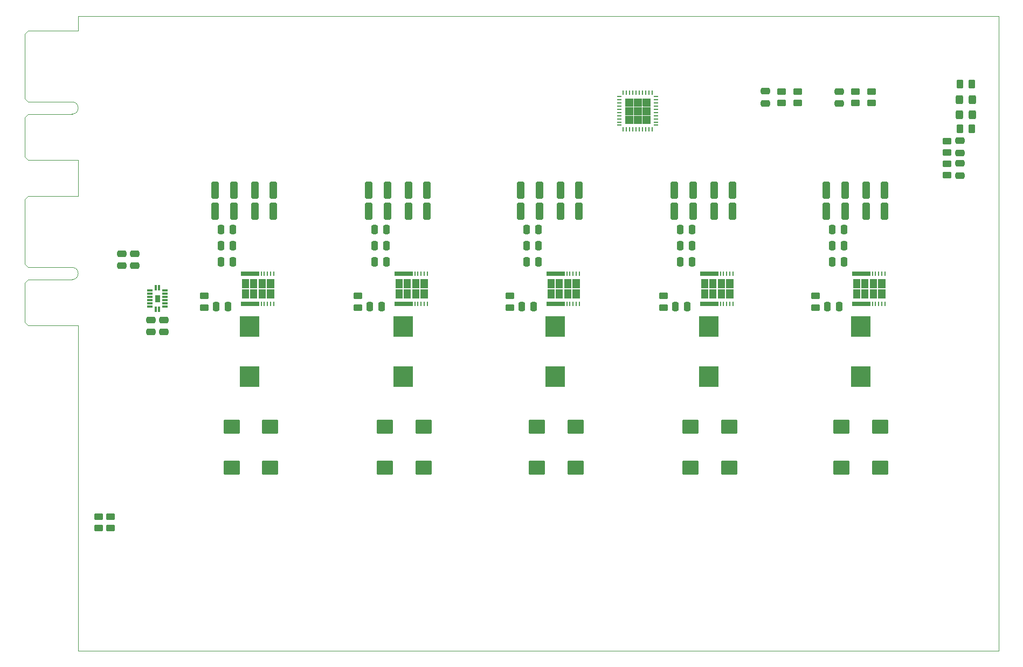
<source format=gbr>
%TF.GenerationSoftware,KiCad,Pcbnew,8.0.6*%
%TF.CreationDate,2024-11-29T00:06:03+01:00*%
%TF.ProjectId,EKO_Miner_PowerBoard-53667,454b4f5f-4d69-46e6-9572-5f506f776572,rev?*%
%TF.SameCoordinates,Original*%
%TF.FileFunction,Paste,Bot*%
%TF.FilePolarity,Positive*%
%FSLAX46Y46*%
G04 Gerber Fmt 4.6, Leading zero omitted, Abs format (unit mm)*
G04 Created by KiCad (PCBNEW 8.0.6) date 2024-11-29 00:06:03*
%MOMM*%
%LPD*%
G01*
G04 APERTURE LIST*
G04 Aperture macros list*
%AMRoundRect*
0 Rectangle with rounded corners*
0 $1 Rounding radius*
0 $2 $3 $4 $5 $6 $7 $8 $9 X,Y pos of 4 corners*
0 Add a 4 corners polygon primitive as box body*
4,1,4,$2,$3,$4,$5,$6,$7,$8,$9,$2,$3,0*
0 Add four circle primitives for the rounded corners*
1,1,$1+$1,$2,$3*
1,1,$1+$1,$4,$5*
1,1,$1+$1,$6,$7*
1,1,$1+$1,$8,$9*
0 Add four rect primitives between the rounded corners*
20,1,$1+$1,$2,$3,$4,$5,0*
20,1,$1+$1,$4,$5,$6,$7,0*
20,1,$1+$1,$6,$7,$8,$9,0*
20,1,$1+$1,$8,$9,$2,$3,0*%
G04 Aperture macros list end*
%ADD10C,0.000000*%
%ADD11C,0.010000*%
%ADD12RoundRect,0.250000X-0.325000X-1.100000X0.325000X-1.100000X0.325000X1.100000X-0.325000X1.100000X0*%
%ADD13RoundRect,0.250000X-0.262500X-0.450000X0.262500X-0.450000X0.262500X0.450000X-0.262500X0.450000X0*%
%ADD14RoundRect,0.250000X-0.450000X0.262500X-0.450000X-0.262500X0.450000X-0.262500X0.450000X0.262500X0*%
%ADD15RoundRect,0.250000X0.250000X0.475000X-0.250000X0.475000X-0.250000X-0.475000X0.250000X-0.475000X0*%
%ADD16RoundRect,0.250000X0.325000X1.100000X-0.325000X1.100000X-0.325000X-1.100000X0.325000X-1.100000X0*%
%ADD17RoundRect,0.250000X-1.025000X0.875000X-1.025000X-0.875000X1.025000X-0.875000X1.025000X0.875000X0*%
%ADD18R,3.050000X3.300000*%
%ADD19R,0.249999X0.700001*%
%ADD20R,2.849999X0.800001*%
%ADD21RoundRect,0.250000X0.475000X-0.250000X0.475000X0.250000X-0.475000X0.250000X-0.475000X-0.250000X0*%
%ADD22RoundRect,0.028600X-0.101400X-0.401400X0.101400X-0.401400X0.101400X0.401400X-0.101400X0.401400X0*%
%ADD23RoundRect,0.007800X-0.422200X-0.122200X0.422200X-0.122200X0.422200X0.122200X-0.422200X0.122200X0*%
%ADD24RoundRect,0.250000X-0.475000X0.250000X-0.475000X-0.250000X0.475000X-0.250000X0.475000X0.250000X0*%
%ADD25RoundRect,0.250000X0.325000X0.450000X-0.325000X0.450000X-0.325000X-0.450000X0.325000X-0.450000X0*%
%ADD26RoundRect,0.049500X-0.250500X-0.060500X0.250500X-0.060500X0.250500X0.060500X-0.250500X0.060500X0*%
%ADD27RoundRect,0.049500X-0.060500X-0.250500X0.060500X-0.250500X0.060500X0.250500X-0.060500X0.250500X0*%
%TA.AperFunction,Profile*%
%ADD28C,0.100000*%
%TD*%
G04 APERTURE END LIST*
D10*
%TO.C,U11*%
G36*
X149539431Y-66594970D02*
G01*
X149548885Y-66597838D01*
X149557600Y-66602496D01*
X149565238Y-66608765D01*
X149571504Y-66616403D01*
X149576162Y-66625115D01*
X149579030Y-66634569D01*
X149579998Y-66644404D01*
X149579998Y-67953601D01*
X149579030Y-67963436D01*
X149576162Y-67972890D01*
X149571504Y-67981602D01*
X149565238Y-67989240D01*
X149557600Y-67995508D01*
X149548885Y-68000167D01*
X149539431Y-68003034D01*
X149529599Y-68004002D01*
X148510399Y-68004002D01*
X148500566Y-68003034D01*
X148491112Y-68000167D01*
X148482398Y-67995508D01*
X148474760Y-67989240D01*
X148468494Y-67981602D01*
X148463835Y-67972890D01*
X148460968Y-67963436D01*
X148459997Y-67953601D01*
X148459997Y-66644404D01*
X148460968Y-66634569D01*
X148463835Y-66625115D01*
X148468494Y-66616403D01*
X148474760Y-66608765D01*
X148482398Y-66602496D01*
X148491112Y-66597838D01*
X148500566Y-66594970D01*
X148510399Y-66594002D01*
X149529599Y-66594002D01*
X149539431Y-66594970D01*
G37*
G36*
X149539431Y-68204970D02*
G01*
X149548885Y-68207837D01*
X149557600Y-68212496D01*
X149565238Y-68218764D01*
X149571504Y-68226402D01*
X149576162Y-68235114D01*
X149579030Y-68244568D01*
X149579998Y-68254403D01*
X149579998Y-69563600D01*
X149579030Y-69573435D01*
X149576162Y-69582889D01*
X149571504Y-69591601D01*
X149565238Y-69599239D01*
X149557600Y-69605508D01*
X149548885Y-69610166D01*
X149539431Y-69613034D01*
X149529599Y-69614002D01*
X148510399Y-69614002D01*
X148500566Y-69613034D01*
X148491112Y-69610166D01*
X148482398Y-69605508D01*
X148474760Y-69599239D01*
X148468494Y-69591601D01*
X148463835Y-69582889D01*
X148460968Y-69573435D01*
X148459997Y-69563600D01*
X148459997Y-68254403D01*
X148460968Y-68244568D01*
X148463835Y-68235114D01*
X148468494Y-68226402D01*
X148474760Y-68218764D01*
X148482398Y-68212496D01*
X148491112Y-68207837D01*
X148500566Y-68204970D01*
X148510399Y-68204002D01*
X149529599Y-68204002D01*
X149539431Y-68204970D01*
G37*
G36*
X150859431Y-66594970D02*
G01*
X150868885Y-66597838D01*
X150877600Y-66602496D01*
X150885238Y-66608765D01*
X150891504Y-66616403D01*
X150896162Y-66625115D01*
X150899030Y-66634569D01*
X150899998Y-66644404D01*
X150899998Y-67953601D01*
X150899030Y-67963436D01*
X150896162Y-67972890D01*
X150891504Y-67981602D01*
X150885238Y-67989240D01*
X150877600Y-67995508D01*
X150868885Y-68000167D01*
X150859431Y-68003034D01*
X150849599Y-68004002D01*
X149830399Y-68004002D01*
X149820566Y-68003034D01*
X149811112Y-68000167D01*
X149802398Y-67995508D01*
X149794760Y-67989240D01*
X149788494Y-67981602D01*
X149783835Y-67972890D01*
X149780968Y-67963436D01*
X149779997Y-67953601D01*
X149779997Y-66644404D01*
X149780968Y-66634569D01*
X149783835Y-66625115D01*
X149788494Y-66616403D01*
X149794760Y-66608765D01*
X149802398Y-66602496D01*
X149811112Y-66597838D01*
X149820566Y-66594970D01*
X149830399Y-66594002D01*
X150849599Y-66594002D01*
X150859431Y-66594970D01*
G37*
G36*
X150859431Y-68204970D02*
G01*
X150868885Y-68207837D01*
X150877600Y-68212496D01*
X150885238Y-68218764D01*
X150891504Y-68226402D01*
X150896162Y-68235114D01*
X150899030Y-68244568D01*
X150899998Y-68254403D01*
X150899998Y-69563600D01*
X150899030Y-69573435D01*
X150896162Y-69582889D01*
X150891504Y-69591601D01*
X150885238Y-69599239D01*
X150877600Y-69605508D01*
X150868885Y-69610166D01*
X150859431Y-69613034D01*
X150849599Y-69614002D01*
X149830399Y-69614002D01*
X149820566Y-69613034D01*
X149811112Y-69610166D01*
X149802398Y-69605508D01*
X149794760Y-69599239D01*
X149788494Y-69591601D01*
X149783835Y-69582889D01*
X149780968Y-69573435D01*
X149779997Y-69563600D01*
X149779997Y-68254403D01*
X149780968Y-68244568D01*
X149783835Y-68235114D01*
X149788494Y-68226402D01*
X149794760Y-68218764D01*
X149802398Y-68212496D01*
X149811112Y-68207837D01*
X149820566Y-68204970D01*
X149830399Y-68204002D01*
X150849599Y-68204002D01*
X150859431Y-68204970D01*
G37*
G36*
X152179434Y-66594970D02*
G01*
X152188888Y-66597838D01*
X152197602Y-66602496D01*
X152205240Y-66608765D01*
X152211506Y-66616403D01*
X152216165Y-66625115D01*
X152219032Y-66634569D01*
X152220003Y-66644404D01*
X152220003Y-67953601D01*
X152219032Y-67963436D01*
X152216165Y-67972890D01*
X152211506Y-67981602D01*
X152205240Y-67989240D01*
X152197602Y-67995508D01*
X152188888Y-68000167D01*
X152179434Y-68003034D01*
X152169601Y-68004002D01*
X151150401Y-68004002D01*
X151140569Y-68003034D01*
X151131115Y-68000167D01*
X151122400Y-67995508D01*
X151114762Y-67989240D01*
X151108496Y-67981602D01*
X151103838Y-67972890D01*
X151100970Y-67963436D01*
X151100002Y-67953601D01*
X151100002Y-66644404D01*
X151100970Y-66634569D01*
X151103838Y-66625115D01*
X151108496Y-66616403D01*
X151114762Y-66608765D01*
X151122400Y-66602496D01*
X151131115Y-66597838D01*
X151140569Y-66594970D01*
X151150401Y-66594002D01*
X152169601Y-66594002D01*
X152179434Y-66594970D01*
G37*
G36*
X152179434Y-68204970D02*
G01*
X152188888Y-68207837D01*
X152197602Y-68212496D01*
X152205240Y-68218764D01*
X152211506Y-68226402D01*
X152216165Y-68235114D01*
X152219032Y-68244568D01*
X152220003Y-68254403D01*
X152220003Y-69563600D01*
X152219032Y-69573435D01*
X152216165Y-69582889D01*
X152211506Y-69591601D01*
X152205240Y-69599239D01*
X152197602Y-69605508D01*
X152188888Y-69610166D01*
X152179434Y-69613034D01*
X152169601Y-69614002D01*
X151150401Y-69614002D01*
X151140569Y-69613034D01*
X151131115Y-69610166D01*
X151122400Y-69605508D01*
X151114762Y-69599239D01*
X151108496Y-69591601D01*
X151103838Y-69582889D01*
X151100970Y-69573435D01*
X151100002Y-69563600D01*
X151100002Y-68254403D01*
X151100970Y-68244568D01*
X151103838Y-68235114D01*
X151108496Y-68226402D01*
X151114762Y-68218764D01*
X151122400Y-68212496D01*
X151131115Y-68207837D01*
X151140569Y-68204970D01*
X151150401Y-68204002D01*
X152169601Y-68204002D01*
X152179434Y-68204970D01*
G37*
G36*
X153499434Y-66594970D02*
G01*
X153508888Y-66597838D01*
X153517602Y-66602496D01*
X153525240Y-66608765D01*
X153531506Y-66616403D01*
X153536165Y-66625115D01*
X153539032Y-66634569D01*
X153540003Y-66644404D01*
X153540003Y-67953601D01*
X153539032Y-67963436D01*
X153536165Y-67972890D01*
X153531506Y-67981602D01*
X153525240Y-67989240D01*
X153517602Y-67995508D01*
X153508888Y-68000167D01*
X153499434Y-68003034D01*
X153489601Y-68004002D01*
X152470401Y-68004002D01*
X152460569Y-68003034D01*
X152451115Y-68000167D01*
X152442400Y-67995508D01*
X152434762Y-67989240D01*
X152428496Y-67981602D01*
X152423838Y-67972890D01*
X152420970Y-67963436D01*
X152420002Y-67953601D01*
X152420002Y-66644404D01*
X152420970Y-66634569D01*
X152423838Y-66625115D01*
X152428496Y-66616403D01*
X152434762Y-66608765D01*
X152442400Y-66602496D01*
X152451115Y-66597838D01*
X152460569Y-66594970D01*
X152470401Y-66594002D01*
X153489601Y-66594002D01*
X153499434Y-66594970D01*
G37*
G36*
X153499434Y-68204970D02*
G01*
X153508888Y-68207837D01*
X153517602Y-68212496D01*
X153525240Y-68218764D01*
X153531506Y-68226402D01*
X153536165Y-68235114D01*
X153539032Y-68244568D01*
X153540003Y-68254403D01*
X153540003Y-69563600D01*
X153539032Y-69573435D01*
X153536165Y-69582889D01*
X153531506Y-69591601D01*
X153525240Y-69599239D01*
X153517602Y-69605508D01*
X153508888Y-69610166D01*
X153499434Y-69613034D01*
X153489601Y-69614002D01*
X152470401Y-69614002D01*
X152460569Y-69613034D01*
X152451115Y-69610166D01*
X152442400Y-69605508D01*
X152434762Y-69599239D01*
X152428496Y-69591601D01*
X152423838Y-69582889D01*
X152420970Y-69573435D01*
X152420002Y-69563600D01*
X152420002Y-68254403D01*
X152420970Y-68244568D01*
X152423838Y-68235114D01*
X152428496Y-68226402D01*
X152434762Y-68218764D01*
X152442400Y-68212496D01*
X152451115Y-68207837D01*
X152460569Y-68204970D01*
X152470401Y-68204002D01*
X153489601Y-68204002D01*
X153499434Y-68204970D01*
G37*
G36*
X148625001Y-65454002D02*
G01*
X148625001Y-65664004D01*
X148675001Y-65714004D01*
X148825001Y-65714004D01*
X148875000Y-65664004D01*
X148875000Y-65454002D01*
X148925000Y-65404002D01*
X149075000Y-65404002D01*
X149125000Y-65454002D01*
X149125000Y-65664004D01*
X149175000Y-65714004D01*
X149325002Y-65714004D01*
X149375002Y-65664004D01*
X149375002Y-65454002D01*
X149425002Y-65404002D01*
X149575002Y-65404002D01*
X149625001Y-65454002D01*
X149625001Y-65664004D01*
X149675001Y-65714004D01*
X149825001Y-65714004D01*
X149875001Y-65664004D01*
X149875001Y-65454002D01*
X149925001Y-65404002D01*
X150075001Y-65404002D01*
X150125000Y-65454002D01*
X150125000Y-65664004D01*
X150175000Y-65714004D01*
X150325000Y-65714004D01*
X150375000Y-65664004D01*
X150375000Y-65454002D01*
X150425000Y-65404002D01*
X150575002Y-65404002D01*
X150625002Y-65454002D01*
X150625002Y-65664004D01*
X150675002Y-65714004D01*
X150825002Y-65714004D01*
X150875002Y-65664004D01*
X150875002Y-65454002D01*
X150925001Y-65404002D01*
X151075001Y-65404002D01*
X151125001Y-65454002D01*
X151125001Y-66054004D01*
X151075001Y-66104003D01*
X148425001Y-66104003D01*
X148375001Y-66054004D01*
X148375001Y-65454002D01*
X148425001Y-65404002D01*
X148575001Y-65404002D01*
X148625001Y-65454002D01*
G37*
G36*
X151125001Y-70154000D02*
G01*
X151125001Y-70754002D01*
X151075001Y-70804002D01*
X150925001Y-70804002D01*
X150875002Y-70754002D01*
X150875002Y-70544000D01*
X150825002Y-70494000D01*
X150675002Y-70494000D01*
X150625002Y-70544000D01*
X150625002Y-70754002D01*
X150575002Y-70804002D01*
X150425000Y-70804002D01*
X150375000Y-70754002D01*
X150375000Y-70544000D01*
X150325000Y-70494000D01*
X150175000Y-70494000D01*
X150125000Y-70544000D01*
X150125000Y-70754002D01*
X150075001Y-70804002D01*
X149925001Y-70804002D01*
X149875001Y-70754002D01*
X149875001Y-70544000D01*
X149825001Y-70494000D01*
X149675001Y-70494000D01*
X149625001Y-70544000D01*
X149625001Y-70754002D01*
X149575002Y-70804002D01*
X149425002Y-70804002D01*
X149375002Y-70754002D01*
X149375002Y-70544000D01*
X149325002Y-70494000D01*
X149175000Y-70494000D01*
X149125000Y-70544000D01*
X149125000Y-70754002D01*
X149075000Y-70804002D01*
X148925000Y-70804002D01*
X148875000Y-70754002D01*
X148875000Y-70544000D01*
X148825001Y-70494000D01*
X148675001Y-70494000D01*
X148625001Y-70544000D01*
X148625001Y-70754002D01*
X148575001Y-70804002D01*
X148425001Y-70804002D01*
X148375001Y-70754002D01*
X148375001Y-70154000D01*
X148425001Y-70104001D01*
X151075001Y-70104001D01*
X151125001Y-70154000D01*
G37*
D11*
%TO.C,U2*%
X87511000Y-70158000D02*
X86881000Y-70158000D01*
X86881000Y-69098000D01*
X87511000Y-69098000D01*
X87511000Y-70158000D01*
G36*
X87511000Y-70158000D02*
G01*
X86881000Y-70158000D01*
X86881000Y-69098000D01*
X87511000Y-69098000D01*
X87511000Y-70158000D01*
G37*
D10*
%TO.C,U12*%
G36*
X173669431Y-66594970D02*
G01*
X173678885Y-66597838D01*
X173687600Y-66602496D01*
X173695238Y-66608765D01*
X173701504Y-66616403D01*
X173706162Y-66625115D01*
X173709030Y-66634569D01*
X173709998Y-66644404D01*
X173709998Y-67953601D01*
X173709030Y-67963436D01*
X173706162Y-67972890D01*
X173701504Y-67981602D01*
X173695238Y-67989240D01*
X173687600Y-67995508D01*
X173678885Y-68000167D01*
X173669431Y-68003034D01*
X173659599Y-68004002D01*
X172640399Y-68004002D01*
X172630566Y-68003034D01*
X172621112Y-68000167D01*
X172612398Y-67995508D01*
X172604760Y-67989240D01*
X172598494Y-67981602D01*
X172593835Y-67972890D01*
X172590968Y-67963436D01*
X172589997Y-67953601D01*
X172589997Y-66644404D01*
X172590968Y-66634569D01*
X172593835Y-66625115D01*
X172598494Y-66616403D01*
X172604760Y-66608765D01*
X172612398Y-66602496D01*
X172621112Y-66597838D01*
X172630566Y-66594970D01*
X172640399Y-66594002D01*
X173659599Y-66594002D01*
X173669431Y-66594970D01*
G37*
G36*
X173669431Y-68204970D02*
G01*
X173678885Y-68207837D01*
X173687600Y-68212496D01*
X173695238Y-68218764D01*
X173701504Y-68226402D01*
X173706162Y-68235114D01*
X173709030Y-68244568D01*
X173709998Y-68254403D01*
X173709998Y-69563600D01*
X173709030Y-69573435D01*
X173706162Y-69582889D01*
X173701504Y-69591601D01*
X173695238Y-69599239D01*
X173687600Y-69605508D01*
X173678885Y-69610166D01*
X173669431Y-69613034D01*
X173659599Y-69614002D01*
X172640399Y-69614002D01*
X172630566Y-69613034D01*
X172621112Y-69610166D01*
X172612398Y-69605508D01*
X172604760Y-69599239D01*
X172598494Y-69591601D01*
X172593835Y-69582889D01*
X172590968Y-69573435D01*
X172589997Y-69563600D01*
X172589997Y-68254403D01*
X172590968Y-68244568D01*
X172593835Y-68235114D01*
X172598494Y-68226402D01*
X172604760Y-68218764D01*
X172612398Y-68212496D01*
X172621112Y-68207837D01*
X172630566Y-68204970D01*
X172640399Y-68204002D01*
X173659599Y-68204002D01*
X173669431Y-68204970D01*
G37*
G36*
X174989431Y-66594970D02*
G01*
X174998885Y-66597838D01*
X175007600Y-66602496D01*
X175015238Y-66608765D01*
X175021504Y-66616403D01*
X175026162Y-66625115D01*
X175029030Y-66634569D01*
X175029998Y-66644404D01*
X175029998Y-67953601D01*
X175029030Y-67963436D01*
X175026162Y-67972890D01*
X175021504Y-67981602D01*
X175015238Y-67989240D01*
X175007600Y-67995508D01*
X174998885Y-68000167D01*
X174989431Y-68003034D01*
X174979599Y-68004002D01*
X173960399Y-68004002D01*
X173950566Y-68003034D01*
X173941112Y-68000167D01*
X173932398Y-67995508D01*
X173924760Y-67989240D01*
X173918494Y-67981602D01*
X173913835Y-67972890D01*
X173910968Y-67963436D01*
X173909997Y-67953601D01*
X173909997Y-66644404D01*
X173910968Y-66634569D01*
X173913835Y-66625115D01*
X173918494Y-66616403D01*
X173924760Y-66608765D01*
X173932398Y-66602496D01*
X173941112Y-66597838D01*
X173950566Y-66594970D01*
X173960399Y-66594002D01*
X174979599Y-66594002D01*
X174989431Y-66594970D01*
G37*
G36*
X174989431Y-68204970D02*
G01*
X174998885Y-68207837D01*
X175007600Y-68212496D01*
X175015238Y-68218764D01*
X175021504Y-68226402D01*
X175026162Y-68235114D01*
X175029030Y-68244568D01*
X175029998Y-68254403D01*
X175029998Y-69563600D01*
X175029030Y-69573435D01*
X175026162Y-69582889D01*
X175021504Y-69591601D01*
X175015238Y-69599239D01*
X175007600Y-69605508D01*
X174998885Y-69610166D01*
X174989431Y-69613034D01*
X174979599Y-69614002D01*
X173960399Y-69614002D01*
X173950566Y-69613034D01*
X173941112Y-69610166D01*
X173932398Y-69605508D01*
X173924760Y-69599239D01*
X173918494Y-69591601D01*
X173913835Y-69582889D01*
X173910968Y-69573435D01*
X173909997Y-69563600D01*
X173909997Y-68254403D01*
X173910968Y-68244568D01*
X173913835Y-68235114D01*
X173918494Y-68226402D01*
X173924760Y-68218764D01*
X173932398Y-68212496D01*
X173941112Y-68207837D01*
X173950566Y-68204970D01*
X173960399Y-68204002D01*
X174979599Y-68204002D01*
X174989431Y-68204970D01*
G37*
G36*
X176309434Y-66594970D02*
G01*
X176318888Y-66597838D01*
X176327602Y-66602496D01*
X176335240Y-66608765D01*
X176341506Y-66616403D01*
X176346165Y-66625115D01*
X176349032Y-66634569D01*
X176350003Y-66644404D01*
X176350003Y-67953601D01*
X176349032Y-67963436D01*
X176346165Y-67972890D01*
X176341506Y-67981602D01*
X176335240Y-67989240D01*
X176327602Y-67995508D01*
X176318888Y-68000167D01*
X176309434Y-68003034D01*
X176299601Y-68004002D01*
X175280401Y-68004002D01*
X175270569Y-68003034D01*
X175261115Y-68000167D01*
X175252400Y-67995508D01*
X175244762Y-67989240D01*
X175238496Y-67981602D01*
X175233838Y-67972890D01*
X175230970Y-67963436D01*
X175230002Y-67953601D01*
X175230002Y-66644404D01*
X175230970Y-66634569D01*
X175233838Y-66625115D01*
X175238496Y-66616403D01*
X175244762Y-66608765D01*
X175252400Y-66602496D01*
X175261115Y-66597838D01*
X175270569Y-66594970D01*
X175280401Y-66594002D01*
X176299601Y-66594002D01*
X176309434Y-66594970D01*
G37*
G36*
X176309434Y-68204970D02*
G01*
X176318888Y-68207837D01*
X176327602Y-68212496D01*
X176335240Y-68218764D01*
X176341506Y-68226402D01*
X176346165Y-68235114D01*
X176349032Y-68244568D01*
X176350003Y-68254403D01*
X176350003Y-69563600D01*
X176349032Y-69573435D01*
X176346165Y-69582889D01*
X176341506Y-69591601D01*
X176335240Y-69599239D01*
X176327602Y-69605508D01*
X176318888Y-69610166D01*
X176309434Y-69613034D01*
X176299601Y-69614002D01*
X175280401Y-69614002D01*
X175270569Y-69613034D01*
X175261115Y-69610166D01*
X175252400Y-69605508D01*
X175244762Y-69599239D01*
X175238496Y-69591601D01*
X175233838Y-69582889D01*
X175230970Y-69573435D01*
X175230002Y-69563600D01*
X175230002Y-68254403D01*
X175230970Y-68244568D01*
X175233838Y-68235114D01*
X175238496Y-68226402D01*
X175244762Y-68218764D01*
X175252400Y-68212496D01*
X175261115Y-68207837D01*
X175270569Y-68204970D01*
X175280401Y-68204002D01*
X176299601Y-68204002D01*
X176309434Y-68204970D01*
G37*
G36*
X177629434Y-66594970D02*
G01*
X177638888Y-66597838D01*
X177647602Y-66602496D01*
X177655240Y-66608765D01*
X177661506Y-66616403D01*
X177666165Y-66625115D01*
X177669032Y-66634569D01*
X177670003Y-66644404D01*
X177670003Y-67953601D01*
X177669032Y-67963436D01*
X177666165Y-67972890D01*
X177661506Y-67981602D01*
X177655240Y-67989240D01*
X177647602Y-67995508D01*
X177638888Y-68000167D01*
X177629434Y-68003034D01*
X177619601Y-68004002D01*
X176600401Y-68004002D01*
X176590569Y-68003034D01*
X176581115Y-68000167D01*
X176572400Y-67995508D01*
X176564762Y-67989240D01*
X176558496Y-67981602D01*
X176553838Y-67972890D01*
X176550970Y-67963436D01*
X176550002Y-67953601D01*
X176550002Y-66644404D01*
X176550970Y-66634569D01*
X176553838Y-66625115D01*
X176558496Y-66616403D01*
X176564762Y-66608765D01*
X176572400Y-66602496D01*
X176581115Y-66597838D01*
X176590569Y-66594970D01*
X176600401Y-66594002D01*
X177619601Y-66594002D01*
X177629434Y-66594970D01*
G37*
G36*
X177629434Y-68204970D02*
G01*
X177638888Y-68207837D01*
X177647602Y-68212496D01*
X177655240Y-68218764D01*
X177661506Y-68226402D01*
X177666165Y-68235114D01*
X177669032Y-68244568D01*
X177670003Y-68254403D01*
X177670003Y-69563600D01*
X177669032Y-69573435D01*
X177666165Y-69582889D01*
X177661506Y-69591601D01*
X177655240Y-69599239D01*
X177647602Y-69605508D01*
X177638888Y-69610166D01*
X177629434Y-69613034D01*
X177619601Y-69614002D01*
X176600401Y-69614002D01*
X176590569Y-69613034D01*
X176581115Y-69610166D01*
X176572400Y-69605508D01*
X176564762Y-69599239D01*
X176558496Y-69591601D01*
X176553838Y-69582889D01*
X176550970Y-69573435D01*
X176550002Y-69563600D01*
X176550002Y-68254403D01*
X176550970Y-68244568D01*
X176553838Y-68235114D01*
X176558496Y-68226402D01*
X176564762Y-68218764D01*
X176572400Y-68212496D01*
X176581115Y-68207837D01*
X176590569Y-68204970D01*
X176600401Y-68204002D01*
X177619601Y-68204002D01*
X177629434Y-68204970D01*
G37*
G36*
X172755001Y-65454002D02*
G01*
X172755001Y-65664004D01*
X172805001Y-65714004D01*
X172955001Y-65714004D01*
X173005000Y-65664004D01*
X173005000Y-65454002D01*
X173055000Y-65404002D01*
X173205000Y-65404002D01*
X173255000Y-65454002D01*
X173255000Y-65664004D01*
X173305000Y-65714004D01*
X173455002Y-65714004D01*
X173505002Y-65664004D01*
X173505002Y-65454002D01*
X173555002Y-65404002D01*
X173705002Y-65404002D01*
X173755001Y-65454002D01*
X173755001Y-65664004D01*
X173805001Y-65714004D01*
X173955001Y-65714004D01*
X174005001Y-65664004D01*
X174005001Y-65454002D01*
X174055001Y-65404002D01*
X174205001Y-65404002D01*
X174255000Y-65454002D01*
X174255000Y-65664004D01*
X174305000Y-65714004D01*
X174455000Y-65714004D01*
X174505000Y-65664004D01*
X174505000Y-65454002D01*
X174555000Y-65404002D01*
X174705002Y-65404002D01*
X174755002Y-65454002D01*
X174755002Y-65664004D01*
X174805002Y-65714004D01*
X174955002Y-65714004D01*
X175005002Y-65664004D01*
X175005002Y-65454002D01*
X175055001Y-65404002D01*
X175205001Y-65404002D01*
X175255001Y-65454002D01*
X175255001Y-66054004D01*
X175205001Y-66104003D01*
X172555001Y-66104003D01*
X172505001Y-66054004D01*
X172505001Y-65454002D01*
X172555001Y-65404002D01*
X172705001Y-65404002D01*
X172755001Y-65454002D01*
G37*
G36*
X175255001Y-70154000D02*
G01*
X175255001Y-70754002D01*
X175205001Y-70804002D01*
X175055001Y-70804002D01*
X175005002Y-70754002D01*
X175005002Y-70544000D01*
X174955002Y-70494000D01*
X174805002Y-70494000D01*
X174755002Y-70544000D01*
X174755002Y-70754002D01*
X174705002Y-70804002D01*
X174555000Y-70804002D01*
X174505000Y-70754002D01*
X174505000Y-70544000D01*
X174455000Y-70494000D01*
X174305000Y-70494000D01*
X174255000Y-70544000D01*
X174255000Y-70754002D01*
X174205001Y-70804002D01*
X174055001Y-70804002D01*
X174005001Y-70754002D01*
X174005001Y-70544000D01*
X173955001Y-70494000D01*
X173805001Y-70494000D01*
X173755001Y-70544000D01*
X173755001Y-70754002D01*
X173705002Y-70804002D01*
X173555002Y-70804002D01*
X173505002Y-70754002D01*
X173505002Y-70544000D01*
X173455002Y-70494000D01*
X173305000Y-70494000D01*
X173255000Y-70544000D01*
X173255000Y-70754002D01*
X173205000Y-70804002D01*
X173055000Y-70804002D01*
X173005000Y-70754002D01*
X173005000Y-70544000D01*
X172955001Y-70494000D01*
X172805001Y-70494000D01*
X172755001Y-70544000D01*
X172755001Y-70754002D01*
X172705001Y-70804002D01*
X172555001Y-70804002D01*
X172505001Y-70754002D01*
X172505001Y-70154000D01*
X172555001Y-70104001D01*
X175205001Y-70104001D01*
X175255001Y-70154000D01*
G37*
%TO.C,U9*%
G36*
X101533431Y-66594971D02*
G01*
X101542885Y-66597839D01*
X101551600Y-66602497D01*
X101559238Y-66608766D01*
X101565504Y-66616404D01*
X101570162Y-66625116D01*
X101573030Y-66634570D01*
X101573998Y-66644405D01*
X101573998Y-67953602D01*
X101573030Y-67963437D01*
X101570162Y-67972891D01*
X101565504Y-67981603D01*
X101559238Y-67989241D01*
X101551600Y-67995509D01*
X101542885Y-68000168D01*
X101533431Y-68003035D01*
X101523599Y-68004003D01*
X100504399Y-68004003D01*
X100494566Y-68003035D01*
X100485112Y-68000168D01*
X100476398Y-67995509D01*
X100468760Y-67989241D01*
X100462494Y-67981603D01*
X100457835Y-67972891D01*
X100454968Y-67963437D01*
X100453997Y-67953602D01*
X100453997Y-66644405D01*
X100454968Y-66634570D01*
X100457835Y-66625116D01*
X100462494Y-66616404D01*
X100468760Y-66608766D01*
X100476398Y-66602497D01*
X100485112Y-66597839D01*
X100494566Y-66594971D01*
X100504399Y-66594003D01*
X101523599Y-66594003D01*
X101533431Y-66594971D01*
G37*
G36*
X101533431Y-68204971D02*
G01*
X101542885Y-68207838D01*
X101551600Y-68212497D01*
X101559238Y-68218765D01*
X101565504Y-68226403D01*
X101570162Y-68235115D01*
X101573030Y-68244569D01*
X101573998Y-68254404D01*
X101573998Y-69563601D01*
X101573030Y-69573436D01*
X101570162Y-69582890D01*
X101565504Y-69591602D01*
X101559238Y-69599240D01*
X101551600Y-69605509D01*
X101542885Y-69610167D01*
X101533431Y-69613035D01*
X101523599Y-69614003D01*
X100504399Y-69614003D01*
X100494566Y-69613035D01*
X100485112Y-69610167D01*
X100476398Y-69605509D01*
X100468760Y-69599240D01*
X100462494Y-69591602D01*
X100457835Y-69582890D01*
X100454968Y-69573436D01*
X100453997Y-69563601D01*
X100453997Y-68254404D01*
X100454968Y-68244569D01*
X100457835Y-68235115D01*
X100462494Y-68226403D01*
X100468760Y-68218765D01*
X100476398Y-68212497D01*
X100485112Y-68207838D01*
X100494566Y-68204971D01*
X100504399Y-68204003D01*
X101523599Y-68204003D01*
X101533431Y-68204971D01*
G37*
G36*
X102853431Y-66594971D02*
G01*
X102862885Y-66597839D01*
X102871600Y-66602497D01*
X102879238Y-66608766D01*
X102885504Y-66616404D01*
X102890162Y-66625116D01*
X102893030Y-66634570D01*
X102893998Y-66644405D01*
X102893998Y-67953602D01*
X102893030Y-67963437D01*
X102890162Y-67972891D01*
X102885504Y-67981603D01*
X102879238Y-67989241D01*
X102871600Y-67995509D01*
X102862885Y-68000168D01*
X102853431Y-68003035D01*
X102843599Y-68004003D01*
X101824399Y-68004003D01*
X101814566Y-68003035D01*
X101805112Y-68000168D01*
X101796398Y-67995509D01*
X101788760Y-67989241D01*
X101782494Y-67981603D01*
X101777835Y-67972891D01*
X101774968Y-67963437D01*
X101773997Y-67953602D01*
X101773997Y-66644405D01*
X101774968Y-66634570D01*
X101777835Y-66625116D01*
X101782494Y-66616404D01*
X101788760Y-66608766D01*
X101796398Y-66602497D01*
X101805112Y-66597839D01*
X101814566Y-66594971D01*
X101824399Y-66594003D01*
X102843599Y-66594003D01*
X102853431Y-66594971D01*
G37*
G36*
X102853431Y-68204971D02*
G01*
X102862885Y-68207838D01*
X102871600Y-68212497D01*
X102879238Y-68218765D01*
X102885504Y-68226403D01*
X102890162Y-68235115D01*
X102893030Y-68244569D01*
X102893998Y-68254404D01*
X102893998Y-69563601D01*
X102893030Y-69573436D01*
X102890162Y-69582890D01*
X102885504Y-69591602D01*
X102879238Y-69599240D01*
X102871600Y-69605509D01*
X102862885Y-69610167D01*
X102853431Y-69613035D01*
X102843599Y-69614003D01*
X101824399Y-69614003D01*
X101814566Y-69613035D01*
X101805112Y-69610167D01*
X101796398Y-69605509D01*
X101788760Y-69599240D01*
X101782494Y-69591602D01*
X101777835Y-69582890D01*
X101774968Y-69573436D01*
X101773997Y-69563601D01*
X101773997Y-68254404D01*
X101774968Y-68244569D01*
X101777835Y-68235115D01*
X101782494Y-68226403D01*
X101788760Y-68218765D01*
X101796398Y-68212497D01*
X101805112Y-68207838D01*
X101814566Y-68204971D01*
X101824399Y-68204003D01*
X102843599Y-68204003D01*
X102853431Y-68204971D01*
G37*
G36*
X104173434Y-66594971D02*
G01*
X104182888Y-66597839D01*
X104191602Y-66602497D01*
X104199240Y-66608766D01*
X104205506Y-66616404D01*
X104210165Y-66625116D01*
X104213032Y-66634570D01*
X104214003Y-66644405D01*
X104214003Y-67953602D01*
X104213032Y-67963437D01*
X104210165Y-67972891D01*
X104205506Y-67981603D01*
X104199240Y-67989241D01*
X104191602Y-67995509D01*
X104182888Y-68000168D01*
X104173434Y-68003035D01*
X104163601Y-68004003D01*
X103144401Y-68004003D01*
X103134569Y-68003035D01*
X103125115Y-68000168D01*
X103116400Y-67995509D01*
X103108762Y-67989241D01*
X103102496Y-67981603D01*
X103097838Y-67972891D01*
X103094970Y-67963437D01*
X103094002Y-67953602D01*
X103094002Y-66644405D01*
X103094970Y-66634570D01*
X103097838Y-66625116D01*
X103102496Y-66616404D01*
X103108762Y-66608766D01*
X103116400Y-66602497D01*
X103125115Y-66597839D01*
X103134569Y-66594971D01*
X103144401Y-66594003D01*
X104163601Y-66594003D01*
X104173434Y-66594971D01*
G37*
G36*
X104173434Y-68204971D02*
G01*
X104182888Y-68207838D01*
X104191602Y-68212497D01*
X104199240Y-68218765D01*
X104205506Y-68226403D01*
X104210165Y-68235115D01*
X104213032Y-68244569D01*
X104214003Y-68254404D01*
X104214003Y-69563601D01*
X104213032Y-69573436D01*
X104210165Y-69582890D01*
X104205506Y-69591602D01*
X104199240Y-69599240D01*
X104191602Y-69605509D01*
X104182888Y-69610167D01*
X104173434Y-69613035D01*
X104163601Y-69614003D01*
X103144401Y-69614003D01*
X103134569Y-69613035D01*
X103125115Y-69610167D01*
X103116400Y-69605509D01*
X103108762Y-69599240D01*
X103102496Y-69591602D01*
X103097838Y-69582890D01*
X103094970Y-69573436D01*
X103094002Y-69563601D01*
X103094002Y-68254404D01*
X103094970Y-68244569D01*
X103097838Y-68235115D01*
X103102496Y-68226403D01*
X103108762Y-68218765D01*
X103116400Y-68212497D01*
X103125115Y-68207838D01*
X103134569Y-68204971D01*
X103144401Y-68204003D01*
X104163601Y-68204003D01*
X104173434Y-68204971D01*
G37*
G36*
X105493434Y-66594971D02*
G01*
X105502888Y-66597839D01*
X105511602Y-66602497D01*
X105519240Y-66608766D01*
X105525506Y-66616404D01*
X105530165Y-66625116D01*
X105533032Y-66634570D01*
X105534003Y-66644405D01*
X105534003Y-67953602D01*
X105533032Y-67963437D01*
X105530165Y-67972891D01*
X105525506Y-67981603D01*
X105519240Y-67989241D01*
X105511602Y-67995509D01*
X105502888Y-68000168D01*
X105493434Y-68003035D01*
X105483601Y-68004003D01*
X104464401Y-68004003D01*
X104454569Y-68003035D01*
X104445115Y-68000168D01*
X104436400Y-67995509D01*
X104428762Y-67989241D01*
X104422496Y-67981603D01*
X104417838Y-67972891D01*
X104414970Y-67963437D01*
X104414002Y-67953602D01*
X104414002Y-66644405D01*
X104414970Y-66634570D01*
X104417838Y-66625116D01*
X104422496Y-66616404D01*
X104428762Y-66608766D01*
X104436400Y-66602497D01*
X104445115Y-66597839D01*
X104454569Y-66594971D01*
X104464401Y-66594003D01*
X105483601Y-66594003D01*
X105493434Y-66594971D01*
G37*
G36*
X105493434Y-68204971D02*
G01*
X105502888Y-68207838D01*
X105511602Y-68212497D01*
X105519240Y-68218765D01*
X105525506Y-68226403D01*
X105530165Y-68235115D01*
X105533032Y-68244569D01*
X105534003Y-68254404D01*
X105534003Y-69563601D01*
X105533032Y-69573436D01*
X105530165Y-69582890D01*
X105525506Y-69591602D01*
X105519240Y-69599240D01*
X105511602Y-69605509D01*
X105502888Y-69610167D01*
X105493434Y-69613035D01*
X105483601Y-69614003D01*
X104464401Y-69614003D01*
X104454569Y-69613035D01*
X104445115Y-69610167D01*
X104436400Y-69605509D01*
X104428762Y-69599240D01*
X104422496Y-69591602D01*
X104417838Y-69582890D01*
X104414970Y-69573436D01*
X104414002Y-69563601D01*
X104414002Y-68254404D01*
X104414970Y-68244569D01*
X104417838Y-68235115D01*
X104422496Y-68226403D01*
X104428762Y-68218765D01*
X104436400Y-68212497D01*
X104445115Y-68207838D01*
X104454569Y-68204971D01*
X104464401Y-68204003D01*
X105483601Y-68204003D01*
X105493434Y-68204971D01*
G37*
G36*
X100619001Y-65454003D02*
G01*
X100619001Y-65664005D01*
X100669001Y-65714005D01*
X100819001Y-65714005D01*
X100869000Y-65664005D01*
X100869000Y-65454003D01*
X100919000Y-65404003D01*
X101069000Y-65404003D01*
X101119000Y-65454003D01*
X101119000Y-65664005D01*
X101169000Y-65714005D01*
X101319002Y-65714005D01*
X101369002Y-65664005D01*
X101369002Y-65454003D01*
X101419002Y-65404003D01*
X101569002Y-65404003D01*
X101619001Y-65454003D01*
X101619001Y-65664005D01*
X101669001Y-65714005D01*
X101819001Y-65714005D01*
X101869001Y-65664005D01*
X101869001Y-65454003D01*
X101919001Y-65404003D01*
X102069001Y-65404003D01*
X102119000Y-65454003D01*
X102119000Y-65664005D01*
X102169000Y-65714005D01*
X102319000Y-65714005D01*
X102369000Y-65664005D01*
X102369000Y-65454003D01*
X102419000Y-65404003D01*
X102569002Y-65404003D01*
X102619002Y-65454003D01*
X102619002Y-65664005D01*
X102669002Y-65714005D01*
X102819002Y-65714005D01*
X102869002Y-65664005D01*
X102869002Y-65454003D01*
X102919001Y-65404003D01*
X103069001Y-65404003D01*
X103119001Y-65454003D01*
X103119001Y-66054005D01*
X103069001Y-66104004D01*
X100419001Y-66104004D01*
X100369001Y-66054005D01*
X100369001Y-65454003D01*
X100419001Y-65404003D01*
X100569001Y-65404003D01*
X100619001Y-65454003D01*
G37*
G36*
X103119001Y-70154001D02*
G01*
X103119001Y-70754003D01*
X103069001Y-70804003D01*
X102919001Y-70804003D01*
X102869002Y-70754003D01*
X102869002Y-70544001D01*
X102819002Y-70494001D01*
X102669002Y-70494001D01*
X102619002Y-70544001D01*
X102619002Y-70754003D01*
X102569002Y-70804003D01*
X102419000Y-70804003D01*
X102369000Y-70754003D01*
X102369000Y-70544001D01*
X102319000Y-70494001D01*
X102169000Y-70494001D01*
X102119000Y-70544001D01*
X102119000Y-70754003D01*
X102069001Y-70804003D01*
X101919001Y-70804003D01*
X101869001Y-70754003D01*
X101869001Y-70544001D01*
X101819001Y-70494001D01*
X101669001Y-70494001D01*
X101619001Y-70544001D01*
X101619001Y-70754003D01*
X101569002Y-70804003D01*
X101419002Y-70804003D01*
X101369002Y-70754003D01*
X101369002Y-70544001D01*
X101319002Y-70494001D01*
X101169000Y-70494001D01*
X101119000Y-70544001D01*
X101119000Y-70754003D01*
X101069000Y-70804003D01*
X100919000Y-70804003D01*
X100869000Y-70754003D01*
X100869000Y-70544001D01*
X100819001Y-70494001D01*
X100669001Y-70494001D01*
X100619001Y-70544001D01*
X100619001Y-70754003D01*
X100569001Y-70804003D01*
X100419001Y-70804003D01*
X100369001Y-70754003D01*
X100369001Y-70154001D01*
X100419001Y-70104002D01*
X103069001Y-70104002D01*
X103119001Y-70154001D01*
G37*
%TO.C,U13*%
G36*
X197545431Y-66594970D02*
G01*
X197554885Y-66597838D01*
X197563600Y-66602496D01*
X197571238Y-66608765D01*
X197577504Y-66616403D01*
X197582162Y-66625115D01*
X197585030Y-66634569D01*
X197585998Y-66644404D01*
X197585998Y-67953601D01*
X197585030Y-67963436D01*
X197582162Y-67972890D01*
X197577504Y-67981602D01*
X197571238Y-67989240D01*
X197563600Y-67995508D01*
X197554885Y-68000167D01*
X197545431Y-68003034D01*
X197535599Y-68004002D01*
X196516399Y-68004002D01*
X196506566Y-68003034D01*
X196497112Y-68000167D01*
X196488398Y-67995508D01*
X196480760Y-67989240D01*
X196474494Y-67981602D01*
X196469835Y-67972890D01*
X196466968Y-67963436D01*
X196465997Y-67953601D01*
X196465997Y-66644404D01*
X196466968Y-66634569D01*
X196469835Y-66625115D01*
X196474494Y-66616403D01*
X196480760Y-66608765D01*
X196488398Y-66602496D01*
X196497112Y-66597838D01*
X196506566Y-66594970D01*
X196516399Y-66594002D01*
X197535599Y-66594002D01*
X197545431Y-66594970D01*
G37*
G36*
X197545431Y-68204970D02*
G01*
X197554885Y-68207837D01*
X197563600Y-68212496D01*
X197571238Y-68218764D01*
X197577504Y-68226402D01*
X197582162Y-68235114D01*
X197585030Y-68244568D01*
X197585998Y-68254403D01*
X197585998Y-69563600D01*
X197585030Y-69573435D01*
X197582162Y-69582889D01*
X197577504Y-69591601D01*
X197571238Y-69599239D01*
X197563600Y-69605508D01*
X197554885Y-69610166D01*
X197545431Y-69613034D01*
X197535599Y-69614002D01*
X196516399Y-69614002D01*
X196506566Y-69613034D01*
X196497112Y-69610166D01*
X196488398Y-69605508D01*
X196480760Y-69599239D01*
X196474494Y-69591601D01*
X196469835Y-69582889D01*
X196466968Y-69573435D01*
X196465997Y-69563600D01*
X196465997Y-68254403D01*
X196466968Y-68244568D01*
X196469835Y-68235114D01*
X196474494Y-68226402D01*
X196480760Y-68218764D01*
X196488398Y-68212496D01*
X196497112Y-68207837D01*
X196506566Y-68204970D01*
X196516399Y-68204002D01*
X197535599Y-68204002D01*
X197545431Y-68204970D01*
G37*
G36*
X198865431Y-66594970D02*
G01*
X198874885Y-66597838D01*
X198883600Y-66602496D01*
X198891238Y-66608765D01*
X198897504Y-66616403D01*
X198902162Y-66625115D01*
X198905030Y-66634569D01*
X198905998Y-66644404D01*
X198905998Y-67953601D01*
X198905030Y-67963436D01*
X198902162Y-67972890D01*
X198897504Y-67981602D01*
X198891238Y-67989240D01*
X198883600Y-67995508D01*
X198874885Y-68000167D01*
X198865431Y-68003034D01*
X198855599Y-68004002D01*
X197836399Y-68004002D01*
X197826566Y-68003034D01*
X197817112Y-68000167D01*
X197808398Y-67995508D01*
X197800760Y-67989240D01*
X197794494Y-67981602D01*
X197789835Y-67972890D01*
X197786968Y-67963436D01*
X197785997Y-67953601D01*
X197785997Y-66644404D01*
X197786968Y-66634569D01*
X197789835Y-66625115D01*
X197794494Y-66616403D01*
X197800760Y-66608765D01*
X197808398Y-66602496D01*
X197817112Y-66597838D01*
X197826566Y-66594970D01*
X197836399Y-66594002D01*
X198855599Y-66594002D01*
X198865431Y-66594970D01*
G37*
G36*
X198865431Y-68204970D02*
G01*
X198874885Y-68207837D01*
X198883600Y-68212496D01*
X198891238Y-68218764D01*
X198897504Y-68226402D01*
X198902162Y-68235114D01*
X198905030Y-68244568D01*
X198905998Y-68254403D01*
X198905998Y-69563600D01*
X198905030Y-69573435D01*
X198902162Y-69582889D01*
X198897504Y-69591601D01*
X198891238Y-69599239D01*
X198883600Y-69605508D01*
X198874885Y-69610166D01*
X198865431Y-69613034D01*
X198855599Y-69614002D01*
X197836399Y-69614002D01*
X197826566Y-69613034D01*
X197817112Y-69610166D01*
X197808398Y-69605508D01*
X197800760Y-69599239D01*
X197794494Y-69591601D01*
X197789835Y-69582889D01*
X197786968Y-69573435D01*
X197785997Y-69563600D01*
X197785997Y-68254403D01*
X197786968Y-68244568D01*
X197789835Y-68235114D01*
X197794494Y-68226402D01*
X197800760Y-68218764D01*
X197808398Y-68212496D01*
X197817112Y-68207837D01*
X197826566Y-68204970D01*
X197836399Y-68204002D01*
X198855599Y-68204002D01*
X198865431Y-68204970D01*
G37*
G36*
X200185434Y-66594970D02*
G01*
X200194888Y-66597838D01*
X200203602Y-66602496D01*
X200211240Y-66608765D01*
X200217506Y-66616403D01*
X200222165Y-66625115D01*
X200225032Y-66634569D01*
X200226003Y-66644404D01*
X200226003Y-67953601D01*
X200225032Y-67963436D01*
X200222165Y-67972890D01*
X200217506Y-67981602D01*
X200211240Y-67989240D01*
X200203602Y-67995508D01*
X200194888Y-68000167D01*
X200185434Y-68003034D01*
X200175601Y-68004002D01*
X199156401Y-68004002D01*
X199146569Y-68003034D01*
X199137115Y-68000167D01*
X199128400Y-67995508D01*
X199120762Y-67989240D01*
X199114496Y-67981602D01*
X199109838Y-67972890D01*
X199106970Y-67963436D01*
X199106002Y-67953601D01*
X199106002Y-66644404D01*
X199106970Y-66634569D01*
X199109838Y-66625115D01*
X199114496Y-66616403D01*
X199120762Y-66608765D01*
X199128400Y-66602496D01*
X199137115Y-66597838D01*
X199146569Y-66594970D01*
X199156401Y-66594002D01*
X200175601Y-66594002D01*
X200185434Y-66594970D01*
G37*
G36*
X200185434Y-68204970D02*
G01*
X200194888Y-68207837D01*
X200203602Y-68212496D01*
X200211240Y-68218764D01*
X200217506Y-68226402D01*
X200222165Y-68235114D01*
X200225032Y-68244568D01*
X200226003Y-68254403D01*
X200226003Y-69563600D01*
X200225032Y-69573435D01*
X200222165Y-69582889D01*
X200217506Y-69591601D01*
X200211240Y-69599239D01*
X200203602Y-69605508D01*
X200194888Y-69610166D01*
X200185434Y-69613034D01*
X200175601Y-69614002D01*
X199156401Y-69614002D01*
X199146569Y-69613034D01*
X199137115Y-69610166D01*
X199128400Y-69605508D01*
X199120762Y-69599239D01*
X199114496Y-69591601D01*
X199109838Y-69582889D01*
X199106970Y-69573435D01*
X199106002Y-69563600D01*
X199106002Y-68254403D01*
X199106970Y-68244568D01*
X199109838Y-68235114D01*
X199114496Y-68226402D01*
X199120762Y-68218764D01*
X199128400Y-68212496D01*
X199137115Y-68207837D01*
X199146569Y-68204970D01*
X199156401Y-68204002D01*
X200175601Y-68204002D01*
X200185434Y-68204970D01*
G37*
G36*
X201505434Y-66594970D02*
G01*
X201514888Y-66597838D01*
X201523602Y-66602496D01*
X201531240Y-66608765D01*
X201537506Y-66616403D01*
X201542165Y-66625115D01*
X201545032Y-66634569D01*
X201546003Y-66644404D01*
X201546003Y-67953601D01*
X201545032Y-67963436D01*
X201542165Y-67972890D01*
X201537506Y-67981602D01*
X201531240Y-67989240D01*
X201523602Y-67995508D01*
X201514888Y-68000167D01*
X201505434Y-68003034D01*
X201495601Y-68004002D01*
X200476401Y-68004002D01*
X200466569Y-68003034D01*
X200457115Y-68000167D01*
X200448400Y-67995508D01*
X200440762Y-67989240D01*
X200434496Y-67981602D01*
X200429838Y-67972890D01*
X200426970Y-67963436D01*
X200426002Y-67953601D01*
X200426002Y-66644404D01*
X200426970Y-66634569D01*
X200429838Y-66625115D01*
X200434496Y-66616403D01*
X200440762Y-66608765D01*
X200448400Y-66602496D01*
X200457115Y-66597838D01*
X200466569Y-66594970D01*
X200476401Y-66594002D01*
X201495601Y-66594002D01*
X201505434Y-66594970D01*
G37*
G36*
X201505434Y-68204970D02*
G01*
X201514888Y-68207837D01*
X201523602Y-68212496D01*
X201531240Y-68218764D01*
X201537506Y-68226402D01*
X201542165Y-68235114D01*
X201545032Y-68244568D01*
X201546003Y-68254403D01*
X201546003Y-69563600D01*
X201545032Y-69573435D01*
X201542165Y-69582889D01*
X201537506Y-69591601D01*
X201531240Y-69599239D01*
X201523602Y-69605508D01*
X201514888Y-69610166D01*
X201505434Y-69613034D01*
X201495601Y-69614002D01*
X200476401Y-69614002D01*
X200466569Y-69613034D01*
X200457115Y-69610166D01*
X200448400Y-69605508D01*
X200440762Y-69599239D01*
X200434496Y-69591601D01*
X200429838Y-69582889D01*
X200426970Y-69573435D01*
X200426002Y-69563600D01*
X200426002Y-68254403D01*
X200426970Y-68244568D01*
X200429838Y-68235114D01*
X200434496Y-68226402D01*
X200440762Y-68218764D01*
X200448400Y-68212496D01*
X200457115Y-68207837D01*
X200466569Y-68204970D01*
X200476401Y-68204002D01*
X201495601Y-68204002D01*
X201505434Y-68204970D01*
G37*
G36*
X196631001Y-65454002D02*
G01*
X196631001Y-65664004D01*
X196681001Y-65714004D01*
X196831001Y-65714004D01*
X196881000Y-65664004D01*
X196881000Y-65454002D01*
X196931000Y-65404002D01*
X197081000Y-65404002D01*
X197131000Y-65454002D01*
X197131000Y-65664004D01*
X197181000Y-65714004D01*
X197331002Y-65714004D01*
X197381002Y-65664004D01*
X197381002Y-65454002D01*
X197431002Y-65404002D01*
X197581002Y-65404002D01*
X197631001Y-65454002D01*
X197631001Y-65664004D01*
X197681001Y-65714004D01*
X197831001Y-65714004D01*
X197881001Y-65664004D01*
X197881001Y-65454002D01*
X197931001Y-65404002D01*
X198081001Y-65404002D01*
X198131000Y-65454002D01*
X198131000Y-65664004D01*
X198181000Y-65714004D01*
X198331000Y-65714004D01*
X198381000Y-65664004D01*
X198381000Y-65454002D01*
X198431000Y-65404002D01*
X198581002Y-65404002D01*
X198631002Y-65454002D01*
X198631002Y-65664004D01*
X198681002Y-65714004D01*
X198831002Y-65714004D01*
X198881002Y-65664004D01*
X198881002Y-65454002D01*
X198931001Y-65404002D01*
X199081001Y-65404002D01*
X199131001Y-65454002D01*
X199131001Y-66054004D01*
X199081001Y-66104003D01*
X196431001Y-66104003D01*
X196381001Y-66054004D01*
X196381001Y-65454002D01*
X196431001Y-65404002D01*
X196581001Y-65404002D01*
X196631001Y-65454002D01*
G37*
G36*
X199131001Y-70154000D02*
G01*
X199131001Y-70754002D01*
X199081001Y-70804002D01*
X198931001Y-70804002D01*
X198881002Y-70754002D01*
X198881002Y-70544000D01*
X198831002Y-70494000D01*
X198681002Y-70494000D01*
X198631002Y-70544000D01*
X198631002Y-70754002D01*
X198581002Y-70804002D01*
X198431000Y-70804002D01*
X198381000Y-70754002D01*
X198381000Y-70544000D01*
X198331000Y-70494000D01*
X198181000Y-70494000D01*
X198131000Y-70544000D01*
X198131000Y-70754002D01*
X198081001Y-70804002D01*
X197931001Y-70804002D01*
X197881001Y-70754002D01*
X197881001Y-70544000D01*
X197831001Y-70494000D01*
X197681001Y-70494000D01*
X197631001Y-70544000D01*
X197631001Y-70754002D01*
X197581002Y-70804002D01*
X197431002Y-70804002D01*
X197381002Y-70754002D01*
X197381002Y-70544000D01*
X197331002Y-70494000D01*
X197181000Y-70494000D01*
X197131000Y-70544000D01*
X197131000Y-70754002D01*
X197081000Y-70804002D01*
X196931000Y-70804002D01*
X196881000Y-70754002D01*
X196881000Y-70544000D01*
X196831001Y-70494000D01*
X196681001Y-70494000D01*
X196631001Y-70544000D01*
X196631001Y-70754002D01*
X196581001Y-70804002D01*
X196431001Y-70804002D01*
X196381001Y-70754002D01*
X196381001Y-70154000D01*
X196431001Y-70104001D01*
X199081001Y-70104001D01*
X199131001Y-70154000D01*
G37*
D11*
%TO.C,U4*%
X161806998Y-38210000D02*
X161808998Y-38210000D01*
X161811998Y-38211000D01*
X161813998Y-38211000D01*
X161816998Y-38212000D01*
X161818998Y-38213000D01*
X161821998Y-38214000D01*
X161823998Y-38216000D01*
X161825998Y-38217000D01*
X161827998Y-38219000D01*
X161829998Y-38220000D01*
X161831998Y-38222000D01*
X161833998Y-38224000D01*
X161835998Y-38226000D01*
X161837998Y-38228000D01*
X161838998Y-38230000D01*
X161840998Y-38232000D01*
X161841998Y-38234000D01*
X161843998Y-38236000D01*
X161844998Y-38239000D01*
X161845998Y-38241000D01*
X161846998Y-38244000D01*
X161846998Y-38246000D01*
X161847998Y-38249000D01*
X161847998Y-38251000D01*
X161848998Y-38254000D01*
X161848998Y-38256000D01*
X161848998Y-38259000D01*
X161848998Y-39329000D01*
X161848998Y-39332000D01*
X161848998Y-39334000D01*
X161847998Y-39337000D01*
X161847998Y-39339000D01*
X161846998Y-39342000D01*
X161846998Y-39344000D01*
X161845998Y-39347000D01*
X161844998Y-39349000D01*
X161843998Y-39352000D01*
X161841998Y-39354000D01*
X161840998Y-39356000D01*
X161838998Y-39358000D01*
X161837998Y-39360000D01*
X161835998Y-39362000D01*
X161833998Y-39364000D01*
X161831998Y-39366000D01*
X161829998Y-39368000D01*
X161827998Y-39369000D01*
X161825998Y-39371000D01*
X161823998Y-39372000D01*
X161821998Y-39374000D01*
X161818998Y-39375000D01*
X161816998Y-39376000D01*
X161813998Y-39377000D01*
X161811998Y-39377000D01*
X161808998Y-39378000D01*
X161806998Y-39378000D01*
X161803998Y-39379000D01*
X161801998Y-39379000D01*
X161798998Y-39379000D01*
X160728998Y-39379000D01*
X160725998Y-39379000D01*
X160723998Y-39379000D01*
X160720998Y-39378000D01*
X160718998Y-39378000D01*
X160715998Y-39377000D01*
X160713998Y-39377000D01*
X160710998Y-39376000D01*
X160708998Y-39375000D01*
X160705998Y-39374000D01*
X160703998Y-39372000D01*
X160701998Y-39371000D01*
X160699998Y-39369000D01*
X160697998Y-39368000D01*
X160695998Y-39366000D01*
X160693998Y-39364000D01*
X160691998Y-39362000D01*
X160689998Y-39360000D01*
X160688998Y-39358000D01*
X160686998Y-39356000D01*
X160685998Y-39354000D01*
X160683998Y-39352000D01*
X160682998Y-39349000D01*
X160681998Y-39347000D01*
X160680998Y-39344000D01*
X160680998Y-39342000D01*
X160679998Y-39339000D01*
X160679998Y-39337000D01*
X160678998Y-39334000D01*
X160678998Y-39332000D01*
X160678998Y-39329000D01*
X160678998Y-38259000D01*
X160678998Y-38256000D01*
X160678998Y-38254000D01*
X160679998Y-38251000D01*
X160679998Y-38249000D01*
X160680998Y-38246000D01*
X160680998Y-38244000D01*
X160681998Y-38241000D01*
X160682998Y-38239000D01*
X160683998Y-38236000D01*
X160685998Y-38234000D01*
X160686998Y-38232000D01*
X160688998Y-38230000D01*
X160689998Y-38228000D01*
X160691998Y-38226000D01*
X160693998Y-38224000D01*
X160695998Y-38222000D01*
X160697998Y-38220000D01*
X160699998Y-38219000D01*
X160701998Y-38217000D01*
X160703998Y-38216000D01*
X160705998Y-38214000D01*
X160708998Y-38213000D01*
X160710998Y-38212000D01*
X160713998Y-38211000D01*
X160715998Y-38211000D01*
X160718998Y-38210000D01*
X160720998Y-38210000D01*
X160723998Y-38209000D01*
X160725998Y-38209000D01*
X160728998Y-38209000D01*
X161798998Y-38209000D01*
X161801998Y-38209000D01*
X161803998Y-38209000D01*
X161806998Y-38210000D01*
G36*
X161806998Y-38210000D02*
G01*
X161808998Y-38210000D01*
X161811998Y-38211000D01*
X161813998Y-38211000D01*
X161816998Y-38212000D01*
X161818998Y-38213000D01*
X161821998Y-38214000D01*
X161823998Y-38216000D01*
X161825998Y-38217000D01*
X161827998Y-38219000D01*
X161829998Y-38220000D01*
X161831998Y-38222000D01*
X161833998Y-38224000D01*
X161835998Y-38226000D01*
X161837998Y-38228000D01*
X161838998Y-38230000D01*
X161840998Y-38232000D01*
X161841998Y-38234000D01*
X161843998Y-38236000D01*
X161844998Y-38239000D01*
X161845998Y-38241000D01*
X161846998Y-38244000D01*
X161846998Y-38246000D01*
X161847998Y-38249000D01*
X161847998Y-38251000D01*
X161848998Y-38254000D01*
X161848998Y-38256000D01*
X161848998Y-38259000D01*
X161848998Y-39329000D01*
X161848998Y-39332000D01*
X161848998Y-39334000D01*
X161847998Y-39337000D01*
X161847998Y-39339000D01*
X161846998Y-39342000D01*
X161846998Y-39344000D01*
X161845998Y-39347000D01*
X161844998Y-39349000D01*
X161843998Y-39352000D01*
X161841998Y-39354000D01*
X161840998Y-39356000D01*
X161838998Y-39358000D01*
X161837998Y-39360000D01*
X161835998Y-39362000D01*
X161833998Y-39364000D01*
X161831998Y-39366000D01*
X161829998Y-39368000D01*
X161827998Y-39369000D01*
X161825998Y-39371000D01*
X161823998Y-39372000D01*
X161821998Y-39374000D01*
X161818998Y-39375000D01*
X161816998Y-39376000D01*
X161813998Y-39377000D01*
X161811998Y-39377000D01*
X161808998Y-39378000D01*
X161806998Y-39378000D01*
X161803998Y-39379000D01*
X161801998Y-39379000D01*
X161798998Y-39379000D01*
X160728998Y-39379000D01*
X160725998Y-39379000D01*
X160723998Y-39379000D01*
X160720998Y-39378000D01*
X160718998Y-39378000D01*
X160715998Y-39377000D01*
X160713998Y-39377000D01*
X160710998Y-39376000D01*
X160708998Y-39375000D01*
X160705998Y-39374000D01*
X160703998Y-39372000D01*
X160701998Y-39371000D01*
X160699998Y-39369000D01*
X160697998Y-39368000D01*
X160695998Y-39366000D01*
X160693998Y-39364000D01*
X160691998Y-39362000D01*
X160689998Y-39360000D01*
X160688998Y-39358000D01*
X160686998Y-39356000D01*
X160685998Y-39354000D01*
X160683998Y-39352000D01*
X160682998Y-39349000D01*
X160681998Y-39347000D01*
X160680998Y-39344000D01*
X160680998Y-39342000D01*
X160679998Y-39339000D01*
X160679998Y-39337000D01*
X160678998Y-39334000D01*
X160678998Y-39332000D01*
X160678998Y-39329000D01*
X160678998Y-38259000D01*
X160678998Y-38256000D01*
X160678998Y-38254000D01*
X160679998Y-38251000D01*
X160679998Y-38249000D01*
X160680998Y-38246000D01*
X160680998Y-38244000D01*
X160681998Y-38241000D01*
X160682998Y-38239000D01*
X160683998Y-38236000D01*
X160685998Y-38234000D01*
X160686998Y-38232000D01*
X160688998Y-38230000D01*
X160689998Y-38228000D01*
X160691998Y-38226000D01*
X160693998Y-38224000D01*
X160695998Y-38222000D01*
X160697998Y-38220000D01*
X160699998Y-38219000D01*
X160701998Y-38217000D01*
X160703998Y-38216000D01*
X160705998Y-38214000D01*
X160708998Y-38213000D01*
X160710998Y-38212000D01*
X160713998Y-38211000D01*
X160715998Y-38211000D01*
X160718998Y-38210000D01*
X160720998Y-38210000D01*
X160723998Y-38209000D01*
X160725998Y-38209000D01*
X160728998Y-38209000D01*
X161798998Y-38209000D01*
X161801998Y-38209000D01*
X161803998Y-38209000D01*
X161806998Y-38210000D01*
G37*
X161806998Y-39580000D02*
X161808998Y-39580000D01*
X161811998Y-39581000D01*
X161813998Y-39581000D01*
X161816998Y-39582000D01*
X161818998Y-39583000D01*
X161821998Y-39584000D01*
X161823998Y-39586000D01*
X161825998Y-39587000D01*
X161827998Y-39589000D01*
X161829998Y-39590000D01*
X161831998Y-39592000D01*
X161833998Y-39594000D01*
X161835998Y-39596000D01*
X161837998Y-39598000D01*
X161838998Y-39600000D01*
X161840998Y-39602000D01*
X161841998Y-39604000D01*
X161843998Y-39606000D01*
X161844998Y-39609000D01*
X161845998Y-39611000D01*
X161846998Y-39614000D01*
X161846998Y-39616000D01*
X161847998Y-39619000D01*
X161847998Y-39621000D01*
X161848998Y-39624000D01*
X161848998Y-39626000D01*
X161848998Y-39629000D01*
X161848998Y-40699000D01*
X161848998Y-40702000D01*
X161848998Y-40704000D01*
X161847998Y-40707000D01*
X161847998Y-40709000D01*
X161846998Y-40712000D01*
X161846998Y-40714000D01*
X161845998Y-40717000D01*
X161844998Y-40719000D01*
X161843998Y-40722000D01*
X161841998Y-40724000D01*
X161840998Y-40726000D01*
X161838998Y-40728000D01*
X161837998Y-40730000D01*
X161835998Y-40732000D01*
X161833998Y-40734000D01*
X161831998Y-40736000D01*
X161829998Y-40738000D01*
X161827998Y-40739000D01*
X161825998Y-40741000D01*
X161823998Y-40742000D01*
X161821998Y-40744000D01*
X161818998Y-40745000D01*
X161816998Y-40746000D01*
X161813998Y-40747000D01*
X161811998Y-40747000D01*
X161808998Y-40748000D01*
X161806998Y-40748000D01*
X161803998Y-40749000D01*
X161801998Y-40749000D01*
X161798998Y-40749000D01*
X160728998Y-40749000D01*
X160725998Y-40749000D01*
X160723998Y-40749000D01*
X160720998Y-40748000D01*
X160718998Y-40748000D01*
X160715998Y-40747000D01*
X160713998Y-40747000D01*
X160710998Y-40746000D01*
X160708998Y-40745000D01*
X160705998Y-40744000D01*
X160703998Y-40742000D01*
X160701998Y-40741000D01*
X160699998Y-40739000D01*
X160697998Y-40738000D01*
X160695998Y-40736000D01*
X160693998Y-40734000D01*
X160691998Y-40732000D01*
X160689998Y-40730000D01*
X160688998Y-40728000D01*
X160686998Y-40726000D01*
X160685998Y-40724000D01*
X160683998Y-40722000D01*
X160682998Y-40719000D01*
X160681998Y-40717000D01*
X160680998Y-40714000D01*
X160680998Y-40712000D01*
X160679998Y-40709000D01*
X160679998Y-40707000D01*
X160678998Y-40704000D01*
X160678998Y-40702000D01*
X160678998Y-40699000D01*
X160678998Y-39629000D01*
X160678998Y-39626000D01*
X160678998Y-39624000D01*
X160679998Y-39621000D01*
X160679998Y-39619000D01*
X160680998Y-39616000D01*
X160680998Y-39614000D01*
X160681998Y-39611000D01*
X160682998Y-39609000D01*
X160683998Y-39606000D01*
X160685998Y-39604000D01*
X160686998Y-39602000D01*
X160688998Y-39600000D01*
X160689998Y-39598000D01*
X160691998Y-39596000D01*
X160693998Y-39594000D01*
X160695998Y-39592000D01*
X160697998Y-39590000D01*
X160699998Y-39589000D01*
X160701998Y-39587000D01*
X160703998Y-39586000D01*
X160705998Y-39584000D01*
X160708998Y-39583000D01*
X160710998Y-39582000D01*
X160713998Y-39581000D01*
X160715998Y-39581000D01*
X160718998Y-39580000D01*
X160720998Y-39580000D01*
X160723998Y-39579000D01*
X160725998Y-39579000D01*
X160728998Y-39579000D01*
X161798998Y-39579000D01*
X161801998Y-39579000D01*
X161803998Y-39579000D01*
X161806998Y-39580000D01*
G36*
X161806998Y-39580000D02*
G01*
X161808998Y-39580000D01*
X161811998Y-39581000D01*
X161813998Y-39581000D01*
X161816998Y-39582000D01*
X161818998Y-39583000D01*
X161821998Y-39584000D01*
X161823998Y-39586000D01*
X161825998Y-39587000D01*
X161827998Y-39589000D01*
X161829998Y-39590000D01*
X161831998Y-39592000D01*
X161833998Y-39594000D01*
X161835998Y-39596000D01*
X161837998Y-39598000D01*
X161838998Y-39600000D01*
X161840998Y-39602000D01*
X161841998Y-39604000D01*
X161843998Y-39606000D01*
X161844998Y-39609000D01*
X161845998Y-39611000D01*
X161846998Y-39614000D01*
X161846998Y-39616000D01*
X161847998Y-39619000D01*
X161847998Y-39621000D01*
X161848998Y-39624000D01*
X161848998Y-39626000D01*
X161848998Y-39629000D01*
X161848998Y-40699000D01*
X161848998Y-40702000D01*
X161848998Y-40704000D01*
X161847998Y-40707000D01*
X161847998Y-40709000D01*
X161846998Y-40712000D01*
X161846998Y-40714000D01*
X161845998Y-40717000D01*
X161844998Y-40719000D01*
X161843998Y-40722000D01*
X161841998Y-40724000D01*
X161840998Y-40726000D01*
X161838998Y-40728000D01*
X161837998Y-40730000D01*
X161835998Y-40732000D01*
X161833998Y-40734000D01*
X161831998Y-40736000D01*
X161829998Y-40738000D01*
X161827998Y-40739000D01*
X161825998Y-40741000D01*
X161823998Y-40742000D01*
X161821998Y-40744000D01*
X161818998Y-40745000D01*
X161816998Y-40746000D01*
X161813998Y-40747000D01*
X161811998Y-40747000D01*
X161808998Y-40748000D01*
X161806998Y-40748000D01*
X161803998Y-40749000D01*
X161801998Y-40749000D01*
X161798998Y-40749000D01*
X160728998Y-40749000D01*
X160725998Y-40749000D01*
X160723998Y-40749000D01*
X160720998Y-40748000D01*
X160718998Y-40748000D01*
X160715998Y-40747000D01*
X160713998Y-40747000D01*
X160710998Y-40746000D01*
X160708998Y-40745000D01*
X160705998Y-40744000D01*
X160703998Y-40742000D01*
X160701998Y-40741000D01*
X160699998Y-40739000D01*
X160697998Y-40738000D01*
X160695998Y-40736000D01*
X160693998Y-40734000D01*
X160691998Y-40732000D01*
X160689998Y-40730000D01*
X160688998Y-40728000D01*
X160686998Y-40726000D01*
X160685998Y-40724000D01*
X160683998Y-40722000D01*
X160682998Y-40719000D01*
X160681998Y-40717000D01*
X160680998Y-40714000D01*
X160680998Y-40712000D01*
X160679998Y-40709000D01*
X160679998Y-40707000D01*
X160678998Y-40704000D01*
X160678998Y-40702000D01*
X160678998Y-40699000D01*
X160678998Y-39629000D01*
X160678998Y-39626000D01*
X160678998Y-39624000D01*
X160679998Y-39621000D01*
X160679998Y-39619000D01*
X160680998Y-39616000D01*
X160680998Y-39614000D01*
X160681998Y-39611000D01*
X160682998Y-39609000D01*
X160683998Y-39606000D01*
X160685998Y-39604000D01*
X160686998Y-39602000D01*
X160688998Y-39600000D01*
X160689998Y-39598000D01*
X160691998Y-39596000D01*
X160693998Y-39594000D01*
X160695998Y-39592000D01*
X160697998Y-39590000D01*
X160699998Y-39589000D01*
X160701998Y-39587000D01*
X160703998Y-39586000D01*
X160705998Y-39584000D01*
X160708998Y-39583000D01*
X160710998Y-39582000D01*
X160713998Y-39581000D01*
X160715998Y-39581000D01*
X160718998Y-39580000D01*
X160720998Y-39580000D01*
X160723998Y-39579000D01*
X160725998Y-39579000D01*
X160728998Y-39579000D01*
X161798998Y-39579000D01*
X161801998Y-39579000D01*
X161803998Y-39579000D01*
X161806998Y-39580000D01*
G37*
X161806998Y-40950000D02*
X161808998Y-40950000D01*
X161811998Y-40951000D01*
X161813998Y-40951000D01*
X161816998Y-40952000D01*
X161818998Y-40953000D01*
X161821998Y-40954000D01*
X161823998Y-40956000D01*
X161825998Y-40957000D01*
X161827998Y-40959000D01*
X161829998Y-40960000D01*
X161831998Y-40962000D01*
X161833998Y-40964000D01*
X161835998Y-40966000D01*
X161837998Y-40968000D01*
X161838998Y-40970000D01*
X161840998Y-40972000D01*
X161841998Y-40974000D01*
X161843998Y-40976000D01*
X161844998Y-40979000D01*
X161845998Y-40981000D01*
X161846998Y-40984000D01*
X161846998Y-40986000D01*
X161847998Y-40989000D01*
X161847998Y-40991000D01*
X161848998Y-40994000D01*
X161848998Y-40996000D01*
X161848998Y-40999000D01*
X161848998Y-42069000D01*
X161848998Y-42072000D01*
X161848998Y-42074000D01*
X161847998Y-42077000D01*
X161847998Y-42079000D01*
X161846998Y-42082000D01*
X161846998Y-42084000D01*
X161845998Y-42087000D01*
X161844998Y-42089000D01*
X161843998Y-42092000D01*
X161841998Y-42094000D01*
X161840998Y-42096000D01*
X161838998Y-42098000D01*
X161837998Y-42100000D01*
X161835998Y-42102000D01*
X161833998Y-42104000D01*
X161831998Y-42106000D01*
X161829998Y-42108000D01*
X161827998Y-42109000D01*
X161825998Y-42111000D01*
X161823998Y-42112000D01*
X161821998Y-42114000D01*
X161818998Y-42115000D01*
X161816998Y-42116000D01*
X161813998Y-42117000D01*
X161811998Y-42117000D01*
X161808998Y-42118000D01*
X161806998Y-42118000D01*
X161803998Y-42119000D01*
X161801998Y-42119000D01*
X161798998Y-42119000D01*
X160728998Y-42119000D01*
X160725998Y-42119000D01*
X160723998Y-42119000D01*
X160720998Y-42118000D01*
X160718998Y-42118000D01*
X160715998Y-42117000D01*
X160713998Y-42117000D01*
X160710998Y-42116000D01*
X160708998Y-42115000D01*
X160705998Y-42114000D01*
X160703998Y-42112000D01*
X160701998Y-42111000D01*
X160699998Y-42109000D01*
X160697998Y-42108000D01*
X160695998Y-42106000D01*
X160693998Y-42104000D01*
X160691998Y-42102000D01*
X160689998Y-42100000D01*
X160688998Y-42098000D01*
X160686998Y-42096000D01*
X160685998Y-42094000D01*
X160683998Y-42092000D01*
X160682998Y-42089000D01*
X160681998Y-42087000D01*
X160680998Y-42084000D01*
X160680998Y-42082000D01*
X160679998Y-42079000D01*
X160679998Y-42077000D01*
X160678998Y-42074000D01*
X160678998Y-42072000D01*
X160678998Y-42069000D01*
X160678998Y-40999000D01*
X160678998Y-40996000D01*
X160678998Y-40994000D01*
X160679998Y-40991000D01*
X160679998Y-40989000D01*
X160680998Y-40986000D01*
X160680998Y-40984000D01*
X160681998Y-40981000D01*
X160682998Y-40979000D01*
X160683998Y-40976000D01*
X160685998Y-40974000D01*
X160686998Y-40972000D01*
X160688998Y-40970000D01*
X160689998Y-40968000D01*
X160691998Y-40966000D01*
X160693998Y-40964000D01*
X160695998Y-40962000D01*
X160697998Y-40960000D01*
X160699998Y-40959000D01*
X160701998Y-40957000D01*
X160703998Y-40956000D01*
X160705998Y-40954000D01*
X160708998Y-40953000D01*
X160710998Y-40952000D01*
X160713998Y-40951000D01*
X160715998Y-40951000D01*
X160718998Y-40950000D01*
X160720998Y-40950000D01*
X160723998Y-40949000D01*
X160725998Y-40949000D01*
X160728998Y-40949000D01*
X161798998Y-40949000D01*
X161801998Y-40949000D01*
X161803998Y-40949000D01*
X161806998Y-40950000D01*
G36*
X161806998Y-40950000D02*
G01*
X161808998Y-40950000D01*
X161811998Y-40951000D01*
X161813998Y-40951000D01*
X161816998Y-40952000D01*
X161818998Y-40953000D01*
X161821998Y-40954000D01*
X161823998Y-40956000D01*
X161825998Y-40957000D01*
X161827998Y-40959000D01*
X161829998Y-40960000D01*
X161831998Y-40962000D01*
X161833998Y-40964000D01*
X161835998Y-40966000D01*
X161837998Y-40968000D01*
X161838998Y-40970000D01*
X161840998Y-40972000D01*
X161841998Y-40974000D01*
X161843998Y-40976000D01*
X161844998Y-40979000D01*
X161845998Y-40981000D01*
X161846998Y-40984000D01*
X161846998Y-40986000D01*
X161847998Y-40989000D01*
X161847998Y-40991000D01*
X161848998Y-40994000D01*
X161848998Y-40996000D01*
X161848998Y-40999000D01*
X161848998Y-42069000D01*
X161848998Y-42072000D01*
X161848998Y-42074000D01*
X161847998Y-42077000D01*
X161847998Y-42079000D01*
X161846998Y-42082000D01*
X161846998Y-42084000D01*
X161845998Y-42087000D01*
X161844998Y-42089000D01*
X161843998Y-42092000D01*
X161841998Y-42094000D01*
X161840998Y-42096000D01*
X161838998Y-42098000D01*
X161837998Y-42100000D01*
X161835998Y-42102000D01*
X161833998Y-42104000D01*
X161831998Y-42106000D01*
X161829998Y-42108000D01*
X161827998Y-42109000D01*
X161825998Y-42111000D01*
X161823998Y-42112000D01*
X161821998Y-42114000D01*
X161818998Y-42115000D01*
X161816998Y-42116000D01*
X161813998Y-42117000D01*
X161811998Y-42117000D01*
X161808998Y-42118000D01*
X161806998Y-42118000D01*
X161803998Y-42119000D01*
X161801998Y-42119000D01*
X161798998Y-42119000D01*
X160728998Y-42119000D01*
X160725998Y-42119000D01*
X160723998Y-42119000D01*
X160720998Y-42118000D01*
X160718998Y-42118000D01*
X160715998Y-42117000D01*
X160713998Y-42117000D01*
X160710998Y-42116000D01*
X160708998Y-42115000D01*
X160705998Y-42114000D01*
X160703998Y-42112000D01*
X160701998Y-42111000D01*
X160699998Y-42109000D01*
X160697998Y-42108000D01*
X160695998Y-42106000D01*
X160693998Y-42104000D01*
X160691998Y-42102000D01*
X160689998Y-42100000D01*
X160688998Y-42098000D01*
X160686998Y-42096000D01*
X160685998Y-42094000D01*
X160683998Y-42092000D01*
X160682998Y-42089000D01*
X160681998Y-42087000D01*
X160680998Y-42084000D01*
X160680998Y-42082000D01*
X160679998Y-42079000D01*
X160679998Y-42077000D01*
X160678998Y-42074000D01*
X160678998Y-42072000D01*
X160678998Y-42069000D01*
X160678998Y-40999000D01*
X160678998Y-40996000D01*
X160678998Y-40994000D01*
X160679998Y-40991000D01*
X160679998Y-40989000D01*
X160680998Y-40986000D01*
X160680998Y-40984000D01*
X160681998Y-40981000D01*
X160682998Y-40979000D01*
X160683998Y-40976000D01*
X160685998Y-40974000D01*
X160686998Y-40972000D01*
X160688998Y-40970000D01*
X160689998Y-40968000D01*
X160691998Y-40966000D01*
X160693998Y-40964000D01*
X160695998Y-40962000D01*
X160697998Y-40960000D01*
X160699998Y-40959000D01*
X160701998Y-40957000D01*
X160703998Y-40956000D01*
X160705998Y-40954000D01*
X160708998Y-40953000D01*
X160710998Y-40952000D01*
X160713998Y-40951000D01*
X160715998Y-40951000D01*
X160718998Y-40950000D01*
X160720998Y-40950000D01*
X160723998Y-40949000D01*
X160725998Y-40949000D01*
X160728998Y-40949000D01*
X161798998Y-40949000D01*
X161801998Y-40949000D01*
X161803998Y-40949000D01*
X161806998Y-40950000D01*
G37*
X163176998Y-38210000D02*
X163178998Y-38210000D01*
X163181998Y-38211000D01*
X163183998Y-38211000D01*
X163186998Y-38212000D01*
X163188998Y-38213000D01*
X163191998Y-38214000D01*
X163193998Y-38216000D01*
X163195998Y-38217000D01*
X163197998Y-38219000D01*
X163199998Y-38220000D01*
X163201998Y-38222000D01*
X163203998Y-38224000D01*
X163205998Y-38226000D01*
X163207998Y-38228000D01*
X163208998Y-38230000D01*
X163210998Y-38232000D01*
X163211998Y-38234000D01*
X163213998Y-38236000D01*
X163214998Y-38239000D01*
X163215998Y-38241000D01*
X163216998Y-38244000D01*
X163216998Y-38246000D01*
X163217998Y-38249000D01*
X163217998Y-38251000D01*
X163218998Y-38254000D01*
X163218998Y-38256000D01*
X163218998Y-38259000D01*
X163218998Y-39329000D01*
X163218998Y-39332000D01*
X163218998Y-39334000D01*
X163217998Y-39337000D01*
X163217998Y-39339000D01*
X163216998Y-39342000D01*
X163216998Y-39344000D01*
X163215998Y-39347000D01*
X163214998Y-39349000D01*
X163213998Y-39352000D01*
X163211998Y-39354000D01*
X163210998Y-39356000D01*
X163208998Y-39358000D01*
X163207998Y-39360000D01*
X163205998Y-39362000D01*
X163203998Y-39364000D01*
X163201998Y-39366000D01*
X163199998Y-39368000D01*
X163197998Y-39369000D01*
X163195998Y-39371000D01*
X163193998Y-39372000D01*
X163191998Y-39374000D01*
X163188998Y-39375000D01*
X163186998Y-39376000D01*
X163183998Y-39377000D01*
X163181998Y-39377000D01*
X163178998Y-39378000D01*
X163176998Y-39378000D01*
X163173998Y-39379000D01*
X163171998Y-39379000D01*
X163168998Y-39379000D01*
X162098998Y-39379000D01*
X162095998Y-39379000D01*
X162093998Y-39379000D01*
X162090998Y-39378000D01*
X162088998Y-39378000D01*
X162085998Y-39377000D01*
X162083998Y-39377000D01*
X162080998Y-39376000D01*
X162078998Y-39375000D01*
X162075998Y-39374000D01*
X162073998Y-39372000D01*
X162071998Y-39371000D01*
X162069998Y-39369000D01*
X162067998Y-39368000D01*
X162065998Y-39366000D01*
X162063998Y-39364000D01*
X162061998Y-39362000D01*
X162059998Y-39360000D01*
X162058998Y-39358000D01*
X162056998Y-39356000D01*
X162055998Y-39354000D01*
X162053998Y-39352000D01*
X162052998Y-39349000D01*
X162051998Y-39347000D01*
X162050998Y-39344000D01*
X162050998Y-39342000D01*
X162049998Y-39339000D01*
X162049998Y-39337000D01*
X162048998Y-39334000D01*
X162048998Y-39332000D01*
X162048998Y-39329000D01*
X162048998Y-38259000D01*
X162048998Y-38256000D01*
X162048998Y-38254000D01*
X162049998Y-38251000D01*
X162049998Y-38249000D01*
X162050998Y-38246000D01*
X162050998Y-38244000D01*
X162051998Y-38241000D01*
X162052998Y-38239000D01*
X162053998Y-38236000D01*
X162055998Y-38234000D01*
X162056998Y-38232000D01*
X162058998Y-38230000D01*
X162059998Y-38228000D01*
X162061998Y-38226000D01*
X162063998Y-38224000D01*
X162065998Y-38222000D01*
X162067998Y-38220000D01*
X162069998Y-38219000D01*
X162071998Y-38217000D01*
X162073998Y-38216000D01*
X162075998Y-38214000D01*
X162078998Y-38213000D01*
X162080998Y-38212000D01*
X162083998Y-38211000D01*
X162085998Y-38211000D01*
X162088998Y-38210000D01*
X162090998Y-38210000D01*
X162093998Y-38209000D01*
X162095998Y-38209000D01*
X162098998Y-38209000D01*
X163168998Y-38209000D01*
X163171998Y-38209000D01*
X163173998Y-38209000D01*
X163176998Y-38210000D01*
G36*
X163176998Y-38210000D02*
G01*
X163178998Y-38210000D01*
X163181998Y-38211000D01*
X163183998Y-38211000D01*
X163186998Y-38212000D01*
X163188998Y-38213000D01*
X163191998Y-38214000D01*
X163193998Y-38216000D01*
X163195998Y-38217000D01*
X163197998Y-38219000D01*
X163199998Y-38220000D01*
X163201998Y-38222000D01*
X163203998Y-38224000D01*
X163205998Y-38226000D01*
X163207998Y-38228000D01*
X163208998Y-38230000D01*
X163210998Y-38232000D01*
X163211998Y-38234000D01*
X163213998Y-38236000D01*
X163214998Y-38239000D01*
X163215998Y-38241000D01*
X163216998Y-38244000D01*
X163216998Y-38246000D01*
X163217998Y-38249000D01*
X163217998Y-38251000D01*
X163218998Y-38254000D01*
X163218998Y-38256000D01*
X163218998Y-38259000D01*
X163218998Y-39329000D01*
X163218998Y-39332000D01*
X163218998Y-39334000D01*
X163217998Y-39337000D01*
X163217998Y-39339000D01*
X163216998Y-39342000D01*
X163216998Y-39344000D01*
X163215998Y-39347000D01*
X163214998Y-39349000D01*
X163213998Y-39352000D01*
X163211998Y-39354000D01*
X163210998Y-39356000D01*
X163208998Y-39358000D01*
X163207998Y-39360000D01*
X163205998Y-39362000D01*
X163203998Y-39364000D01*
X163201998Y-39366000D01*
X163199998Y-39368000D01*
X163197998Y-39369000D01*
X163195998Y-39371000D01*
X163193998Y-39372000D01*
X163191998Y-39374000D01*
X163188998Y-39375000D01*
X163186998Y-39376000D01*
X163183998Y-39377000D01*
X163181998Y-39377000D01*
X163178998Y-39378000D01*
X163176998Y-39378000D01*
X163173998Y-39379000D01*
X163171998Y-39379000D01*
X163168998Y-39379000D01*
X162098998Y-39379000D01*
X162095998Y-39379000D01*
X162093998Y-39379000D01*
X162090998Y-39378000D01*
X162088998Y-39378000D01*
X162085998Y-39377000D01*
X162083998Y-39377000D01*
X162080998Y-39376000D01*
X162078998Y-39375000D01*
X162075998Y-39374000D01*
X162073998Y-39372000D01*
X162071998Y-39371000D01*
X162069998Y-39369000D01*
X162067998Y-39368000D01*
X162065998Y-39366000D01*
X162063998Y-39364000D01*
X162061998Y-39362000D01*
X162059998Y-39360000D01*
X162058998Y-39358000D01*
X162056998Y-39356000D01*
X162055998Y-39354000D01*
X162053998Y-39352000D01*
X162052998Y-39349000D01*
X162051998Y-39347000D01*
X162050998Y-39344000D01*
X162050998Y-39342000D01*
X162049998Y-39339000D01*
X162049998Y-39337000D01*
X162048998Y-39334000D01*
X162048998Y-39332000D01*
X162048998Y-39329000D01*
X162048998Y-38259000D01*
X162048998Y-38256000D01*
X162048998Y-38254000D01*
X162049998Y-38251000D01*
X162049998Y-38249000D01*
X162050998Y-38246000D01*
X162050998Y-38244000D01*
X162051998Y-38241000D01*
X162052998Y-38239000D01*
X162053998Y-38236000D01*
X162055998Y-38234000D01*
X162056998Y-38232000D01*
X162058998Y-38230000D01*
X162059998Y-38228000D01*
X162061998Y-38226000D01*
X162063998Y-38224000D01*
X162065998Y-38222000D01*
X162067998Y-38220000D01*
X162069998Y-38219000D01*
X162071998Y-38217000D01*
X162073998Y-38216000D01*
X162075998Y-38214000D01*
X162078998Y-38213000D01*
X162080998Y-38212000D01*
X162083998Y-38211000D01*
X162085998Y-38211000D01*
X162088998Y-38210000D01*
X162090998Y-38210000D01*
X162093998Y-38209000D01*
X162095998Y-38209000D01*
X162098998Y-38209000D01*
X163168998Y-38209000D01*
X163171998Y-38209000D01*
X163173998Y-38209000D01*
X163176998Y-38210000D01*
G37*
X163176998Y-39580000D02*
X163178998Y-39580000D01*
X163181998Y-39581000D01*
X163183998Y-39581000D01*
X163186998Y-39582000D01*
X163188998Y-39583000D01*
X163191998Y-39584000D01*
X163193998Y-39586000D01*
X163195998Y-39587000D01*
X163197998Y-39589000D01*
X163199998Y-39590000D01*
X163201998Y-39592000D01*
X163203998Y-39594000D01*
X163205998Y-39596000D01*
X163207998Y-39598000D01*
X163208998Y-39600000D01*
X163210998Y-39602000D01*
X163211998Y-39604000D01*
X163213998Y-39606000D01*
X163214998Y-39609000D01*
X163215998Y-39611000D01*
X163216998Y-39614000D01*
X163216998Y-39616000D01*
X163217998Y-39619000D01*
X163217998Y-39621000D01*
X163218998Y-39624000D01*
X163218998Y-39626000D01*
X163218998Y-39629000D01*
X163218998Y-40699000D01*
X163218998Y-40702000D01*
X163218998Y-40704000D01*
X163217998Y-40707000D01*
X163217998Y-40709000D01*
X163216998Y-40712000D01*
X163216998Y-40714000D01*
X163215998Y-40717000D01*
X163214998Y-40719000D01*
X163213998Y-40722000D01*
X163211998Y-40724000D01*
X163210998Y-40726000D01*
X163208998Y-40728000D01*
X163207998Y-40730000D01*
X163205998Y-40732000D01*
X163203998Y-40734000D01*
X163201998Y-40736000D01*
X163199998Y-40738000D01*
X163197998Y-40739000D01*
X163195998Y-40741000D01*
X163193998Y-40742000D01*
X163191998Y-40744000D01*
X163188998Y-40745000D01*
X163186998Y-40746000D01*
X163183998Y-40747000D01*
X163181998Y-40747000D01*
X163178998Y-40748000D01*
X163176998Y-40748000D01*
X163173998Y-40749000D01*
X163171998Y-40749000D01*
X163168998Y-40749000D01*
X162098998Y-40749000D01*
X162095998Y-40749000D01*
X162093998Y-40749000D01*
X162090998Y-40748000D01*
X162088998Y-40748000D01*
X162085998Y-40747000D01*
X162083998Y-40747000D01*
X162080998Y-40746000D01*
X162078998Y-40745000D01*
X162075998Y-40744000D01*
X162073998Y-40742000D01*
X162071998Y-40741000D01*
X162069998Y-40739000D01*
X162067998Y-40738000D01*
X162065998Y-40736000D01*
X162063998Y-40734000D01*
X162061998Y-40732000D01*
X162059998Y-40730000D01*
X162058998Y-40728000D01*
X162056998Y-40726000D01*
X162055998Y-40724000D01*
X162053998Y-40722000D01*
X162052998Y-40719000D01*
X162051998Y-40717000D01*
X162050998Y-40714000D01*
X162050998Y-40712000D01*
X162049998Y-40709000D01*
X162049998Y-40707000D01*
X162048998Y-40704000D01*
X162048998Y-40702000D01*
X162048998Y-40699000D01*
X162048998Y-39629000D01*
X162048998Y-39626000D01*
X162048998Y-39624000D01*
X162049998Y-39621000D01*
X162049998Y-39619000D01*
X162050998Y-39616000D01*
X162050998Y-39614000D01*
X162051998Y-39611000D01*
X162052998Y-39609000D01*
X162053998Y-39606000D01*
X162055998Y-39604000D01*
X162056998Y-39602000D01*
X162058998Y-39600000D01*
X162059998Y-39598000D01*
X162061998Y-39596000D01*
X162063998Y-39594000D01*
X162065998Y-39592000D01*
X162067998Y-39590000D01*
X162069998Y-39589000D01*
X162071998Y-39587000D01*
X162073998Y-39586000D01*
X162075998Y-39584000D01*
X162078998Y-39583000D01*
X162080998Y-39582000D01*
X162083998Y-39581000D01*
X162085998Y-39581000D01*
X162088998Y-39580000D01*
X162090998Y-39580000D01*
X162093998Y-39579000D01*
X162095998Y-39579000D01*
X162098998Y-39579000D01*
X163168998Y-39579000D01*
X163171998Y-39579000D01*
X163173998Y-39579000D01*
X163176998Y-39580000D01*
G36*
X163176998Y-39580000D02*
G01*
X163178998Y-39580000D01*
X163181998Y-39581000D01*
X163183998Y-39581000D01*
X163186998Y-39582000D01*
X163188998Y-39583000D01*
X163191998Y-39584000D01*
X163193998Y-39586000D01*
X163195998Y-39587000D01*
X163197998Y-39589000D01*
X163199998Y-39590000D01*
X163201998Y-39592000D01*
X163203998Y-39594000D01*
X163205998Y-39596000D01*
X163207998Y-39598000D01*
X163208998Y-39600000D01*
X163210998Y-39602000D01*
X163211998Y-39604000D01*
X163213998Y-39606000D01*
X163214998Y-39609000D01*
X163215998Y-39611000D01*
X163216998Y-39614000D01*
X163216998Y-39616000D01*
X163217998Y-39619000D01*
X163217998Y-39621000D01*
X163218998Y-39624000D01*
X163218998Y-39626000D01*
X163218998Y-39629000D01*
X163218998Y-40699000D01*
X163218998Y-40702000D01*
X163218998Y-40704000D01*
X163217998Y-40707000D01*
X163217998Y-40709000D01*
X163216998Y-40712000D01*
X163216998Y-40714000D01*
X163215998Y-40717000D01*
X163214998Y-40719000D01*
X163213998Y-40722000D01*
X163211998Y-40724000D01*
X163210998Y-40726000D01*
X163208998Y-40728000D01*
X163207998Y-40730000D01*
X163205998Y-40732000D01*
X163203998Y-40734000D01*
X163201998Y-40736000D01*
X163199998Y-40738000D01*
X163197998Y-40739000D01*
X163195998Y-40741000D01*
X163193998Y-40742000D01*
X163191998Y-40744000D01*
X163188998Y-40745000D01*
X163186998Y-40746000D01*
X163183998Y-40747000D01*
X163181998Y-40747000D01*
X163178998Y-40748000D01*
X163176998Y-40748000D01*
X163173998Y-40749000D01*
X163171998Y-40749000D01*
X163168998Y-40749000D01*
X162098998Y-40749000D01*
X162095998Y-40749000D01*
X162093998Y-40749000D01*
X162090998Y-40748000D01*
X162088998Y-40748000D01*
X162085998Y-40747000D01*
X162083998Y-40747000D01*
X162080998Y-40746000D01*
X162078998Y-40745000D01*
X162075998Y-40744000D01*
X162073998Y-40742000D01*
X162071998Y-40741000D01*
X162069998Y-40739000D01*
X162067998Y-40738000D01*
X162065998Y-40736000D01*
X162063998Y-40734000D01*
X162061998Y-40732000D01*
X162059998Y-40730000D01*
X162058998Y-40728000D01*
X162056998Y-40726000D01*
X162055998Y-40724000D01*
X162053998Y-40722000D01*
X162052998Y-40719000D01*
X162051998Y-40717000D01*
X162050998Y-40714000D01*
X162050998Y-40712000D01*
X162049998Y-40709000D01*
X162049998Y-40707000D01*
X162048998Y-40704000D01*
X162048998Y-40702000D01*
X162048998Y-40699000D01*
X162048998Y-39629000D01*
X162048998Y-39626000D01*
X162048998Y-39624000D01*
X162049998Y-39621000D01*
X162049998Y-39619000D01*
X162050998Y-39616000D01*
X162050998Y-39614000D01*
X162051998Y-39611000D01*
X162052998Y-39609000D01*
X162053998Y-39606000D01*
X162055998Y-39604000D01*
X162056998Y-39602000D01*
X162058998Y-39600000D01*
X162059998Y-39598000D01*
X162061998Y-39596000D01*
X162063998Y-39594000D01*
X162065998Y-39592000D01*
X162067998Y-39590000D01*
X162069998Y-39589000D01*
X162071998Y-39587000D01*
X162073998Y-39586000D01*
X162075998Y-39584000D01*
X162078998Y-39583000D01*
X162080998Y-39582000D01*
X162083998Y-39581000D01*
X162085998Y-39581000D01*
X162088998Y-39580000D01*
X162090998Y-39580000D01*
X162093998Y-39579000D01*
X162095998Y-39579000D01*
X162098998Y-39579000D01*
X163168998Y-39579000D01*
X163171998Y-39579000D01*
X163173998Y-39579000D01*
X163176998Y-39580000D01*
G37*
X163176998Y-40950000D02*
X163178998Y-40950000D01*
X163181998Y-40951000D01*
X163183998Y-40951000D01*
X163186998Y-40952000D01*
X163188998Y-40953000D01*
X163191998Y-40954000D01*
X163193998Y-40956000D01*
X163195998Y-40957000D01*
X163197998Y-40959000D01*
X163199998Y-40960000D01*
X163201998Y-40962000D01*
X163203998Y-40964000D01*
X163205998Y-40966000D01*
X163207998Y-40968000D01*
X163208998Y-40970000D01*
X163210998Y-40972000D01*
X163211998Y-40974000D01*
X163213998Y-40976000D01*
X163214998Y-40979000D01*
X163215998Y-40981000D01*
X163216998Y-40984000D01*
X163216998Y-40986000D01*
X163217998Y-40989000D01*
X163217998Y-40991000D01*
X163218998Y-40994000D01*
X163218998Y-40996000D01*
X163218998Y-40999000D01*
X163218998Y-42069000D01*
X163218998Y-42072000D01*
X163218998Y-42074000D01*
X163217998Y-42077000D01*
X163217998Y-42079000D01*
X163216998Y-42082000D01*
X163216998Y-42084000D01*
X163215998Y-42087000D01*
X163214998Y-42089000D01*
X163213998Y-42092000D01*
X163211998Y-42094000D01*
X163210998Y-42096000D01*
X163208998Y-42098000D01*
X163207998Y-42100000D01*
X163205998Y-42102000D01*
X163203998Y-42104000D01*
X163201998Y-42106000D01*
X163199998Y-42108000D01*
X163197998Y-42109000D01*
X163195998Y-42111000D01*
X163193998Y-42112000D01*
X163191998Y-42114000D01*
X163188998Y-42115000D01*
X163186998Y-42116000D01*
X163183998Y-42117000D01*
X163181998Y-42117000D01*
X163178998Y-42118000D01*
X163176998Y-42118000D01*
X163173998Y-42119000D01*
X163171998Y-42119000D01*
X163168998Y-42119000D01*
X162098998Y-42119000D01*
X162095998Y-42119000D01*
X162093998Y-42119000D01*
X162090998Y-42118000D01*
X162088998Y-42118000D01*
X162085998Y-42117000D01*
X162083998Y-42117000D01*
X162080998Y-42116000D01*
X162078998Y-42115000D01*
X162075998Y-42114000D01*
X162073998Y-42112000D01*
X162071998Y-42111000D01*
X162069998Y-42109000D01*
X162067998Y-42108000D01*
X162065998Y-42106000D01*
X162063998Y-42104000D01*
X162061998Y-42102000D01*
X162059998Y-42100000D01*
X162058998Y-42098000D01*
X162056998Y-42096000D01*
X162055998Y-42094000D01*
X162053998Y-42092000D01*
X162052998Y-42089000D01*
X162051998Y-42087000D01*
X162050998Y-42084000D01*
X162050998Y-42082000D01*
X162049998Y-42079000D01*
X162049998Y-42077000D01*
X162048998Y-42074000D01*
X162048998Y-42072000D01*
X162048998Y-42069000D01*
X162048998Y-40999000D01*
X162048998Y-40996000D01*
X162048998Y-40994000D01*
X162049998Y-40991000D01*
X162049998Y-40989000D01*
X162050998Y-40986000D01*
X162050998Y-40984000D01*
X162051998Y-40981000D01*
X162052998Y-40979000D01*
X162053998Y-40976000D01*
X162055998Y-40974000D01*
X162056998Y-40972000D01*
X162058998Y-40970000D01*
X162059998Y-40968000D01*
X162061998Y-40966000D01*
X162063998Y-40964000D01*
X162065998Y-40962000D01*
X162067998Y-40960000D01*
X162069998Y-40959000D01*
X162071998Y-40957000D01*
X162073998Y-40956000D01*
X162075998Y-40954000D01*
X162078998Y-40953000D01*
X162080998Y-40952000D01*
X162083998Y-40951000D01*
X162085998Y-40951000D01*
X162088998Y-40950000D01*
X162090998Y-40950000D01*
X162093998Y-40949000D01*
X162095998Y-40949000D01*
X162098998Y-40949000D01*
X163168998Y-40949000D01*
X163171998Y-40949000D01*
X163173998Y-40949000D01*
X163176998Y-40950000D01*
G36*
X163176998Y-40950000D02*
G01*
X163178998Y-40950000D01*
X163181998Y-40951000D01*
X163183998Y-40951000D01*
X163186998Y-40952000D01*
X163188998Y-40953000D01*
X163191998Y-40954000D01*
X163193998Y-40956000D01*
X163195998Y-40957000D01*
X163197998Y-40959000D01*
X163199998Y-40960000D01*
X163201998Y-40962000D01*
X163203998Y-40964000D01*
X163205998Y-40966000D01*
X163207998Y-40968000D01*
X163208998Y-40970000D01*
X163210998Y-40972000D01*
X163211998Y-40974000D01*
X163213998Y-40976000D01*
X163214998Y-40979000D01*
X163215998Y-40981000D01*
X163216998Y-40984000D01*
X163216998Y-40986000D01*
X163217998Y-40989000D01*
X163217998Y-40991000D01*
X163218998Y-40994000D01*
X163218998Y-40996000D01*
X163218998Y-40999000D01*
X163218998Y-42069000D01*
X163218998Y-42072000D01*
X163218998Y-42074000D01*
X163217998Y-42077000D01*
X163217998Y-42079000D01*
X163216998Y-42082000D01*
X163216998Y-42084000D01*
X163215998Y-42087000D01*
X163214998Y-42089000D01*
X163213998Y-42092000D01*
X163211998Y-42094000D01*
X163210998Y-42096000D01*
X163208998Y-42098000D01*
X163207998Y-42100000D01*
X163205998Y-42102000D01*
X163203998Y-42104000D01*
X163201998Y-42106000D01*
X163199998Y-42108000D01*
X163197998Y-42109000D01*
X163195998Y-42111000D01*
X163193998Y-42112000D01*
X163191998Y-42114000D01*
X163188998Y-42115000D01*
X163186998Y-42116000D01*
X163183998Y-42117000D01*
X163181998Y-42117000D01*
X163178998Y-42118000D01*
X163176998Y-42118000D01*
X163173998Y-42119000D01*
X163171998Y-42119000D01*
X163168998Y-42119000D01*
X162098998Y-42119000D01*
X162095998Y-42119000D01*
X162093998Y-42119000D01*
X162090998Y-42118000D01*
X162088998Y-42118000D01*
X162085998Y-42117000D01*
X162083998Y-42117000D01*
X162080998Y-42116000D01*
X162078998Y-42115000D01*
X162075998Y-42114000D01*
X162073998Y-42112000D01*
X162071998Y-42111000D01*
X162069998Y-42109000D01*
X162067998Y-42108000D01*
X162065998Y-42106000D01*
X162063998Y-42104000D01*
X162061998Y-42102000D01*
X162059998Y-42100000D01*
X162058998Y-42098000D01*
X162056998Y-42096000D01*
X162055998Y-42094000D01*
X162053998Y-42092000D01*
X162052998Y-42089000D01*
X162051998Y-42087000D01*
X162050998Y-42084000D01*
X162050998Y-42082000D01*
X162049998Y-42079000D01*
X162049998Y-42077000D01*
X162048998Y-42074000D01*
X162048998Y-42072000D01*
X162048998Y-42069000D01*
X162048998Y-40999000D01*
X162048998Y-40996000D01*
X162048998Y-40994000D01*
X162049998Y-40991000D01*
X162049998Y-40989000D01*
X162050998Y-40986000D01*
X162050998Y-40984000D01*
X162051998Y-40981000D01*
X162052998Y-40979000D01*
X162053998Y-40976000D01*
X162055998Y-40974000D01*
X162056998Y-40972000D01*
X162058998Y-40970000D01*
X162059998Y-40968000D01*
X162061998Y-40966000D01*
X162063998Y-40964000D01*
X162065998Y-40962000D01*
X162067998Y-40960000D01*
X162069998Y-40959000D01*
X162071998Y-40957000D01*
X162073998Y-40956000D01*
X162075998Y-40954000D01*
X162078998Y-40953000D01*
X162080998Y-40952000D01*
X162083998Y-40951000D01*
X162085998Y-40951000D01*
X162088998Y-40950000D01*
X162090998Y-40950000D01*
X162093998Y-40949000D01*
X162095998Y-40949000D01*
X162098998Y-40949000D01*
X163168998Y-40949000D01*
X163171998Y-40949000D01*
X163173998Y-40949000D01*
X163176998Y-40950000D01*
G37*
X164546998Y-38210000D02*
X164548998Y-38210000D01*
X164551998Y-38211000D01*
X164553998Y-38211000D01*
X164556998Y-38212000D01*
X164558998Y-38213000D01*
X164561998Y-38214000D01*
X164563998Y-38216000D01*
X164565998Y-38217000D01*
X164567998Y-38219000D01*
X164569998Y-38220000D01*
X164571998Y-38222000D01*
X164573998Y-38224000D01*
X164575998Y-38226000D01*
X164577998Y-38228000D01*
X164578998Y-38230000D01*
X164580998Y-38232000D01*
X164581998Y-38234000D01*
X164583998Y-38236000D01*
X164584998Y-38239000D01*
X164585998Y-38241000D01*
X164586998Y-38244000D01*
X164586998Y-38246000D01*
X164587998Y-38249000D01*
X164587998Y-38251000D01*
X164588998Y-38254000D01*
X164588998Y-38256000D01*
X164588998Y-38259000D01*
X164588998Y-39329000D01*
X164588998Y-39332000D01*
X164588998Y-39334000D01*
X164587998Y-39337000D01*
X164587998Y-39339000D01*
X164586998Y-39342000D01*
X164586998Y-39344000D01*
X164585998Y-39347000D01*
X164584998Y-39349000D01*
X164583998Y-39352000D01*
X164581998Y-39354000D01*
X164580998Y-39356000D01*
X164578998Y-39358000D01*
X164577998Y-39360000D01*
X164575998Y-39362000D01*
X164573998Y-39364000D01*
X164571998Y-39366000D01*
X164569998Y-39368000D01*
X164567998Y-39369000D01*
X164565998Y-39371000D01*
X164563998Y-39372000D01*
X164561998Y-39374000D01*
X164558998Y-39375000D01*
X164556998Y-39376000D01*
X164553998Y-39377000D01*
X164551998Y-39377000D01*
X164548998Y-39378000D01*
X164546998Y-39378000D01*
X164543998Y-39379000D01*
X164541998Y-39379000D01*
X164538998Y-39379000D01*
X163468998Y-39379000D01*
X163465998Y-39379000D01*
X163463998Y-39379000D01*
X163460998Y-39378000D01*
X163458998Y-39378000D01*
X163455998Y-39377000D01*
X163453998Y-39377000D01*
X163450998Y-39376000D01*
X163448998Y-39375000D01*
X163445998Y-39374000D01*
X163443998Y-39372000D01*
X163441998Y-39371000D01*
X163439998Y-39369000D01*
X163437998Y-39368000D01*
X163435998Y-39366000D01*
X163433998Y-39364000D01*
X163431998Y-39362000D01*
X163429998Y-39360000D01*
X163428998Y-39358000D01*
X163426998Y-39356000D01*
X163425998Y-39354000D01*
X163423998Y-39352000D01*
X163422998Y-39349000D01*
X163421998Y-39347000D01*
X163420998Y-39344000D01*
X163420998Y-39342000D01*
X163419998Y-39339000D01*
X163419998Y-39337000D01*
X163418998Y-39334000D01*
X163418998Y-39332000D01*
X163418998Y-39329000D01*
X163418998Y-38259000D01*
X163418998Y-38256000D01*
X163418998Y-38254000D01*
X163419998Y-38251000D01*
X163419998Y-38249000D01*
X163420998Y-38246000D01*
X163420998Y-38244000D01*
X163421998Y-38241000D01*
X163422998Y-38239000D01*
X163423998Y-38236000D01*
X163425998Y-38234000D01*
X163426998Y-38232000D01*
X163428998Y-38230000D01*
X163429998Y-38228000D01*
X163431998Y-38226000D01*
X163433998Y-38224000D01*
X163435998Y-38222000D01*
X163437998Y-38220000D01*
X163439998Y-38219000D01*
X163441998Y-38217000D01*
X163443998Y-38216000D01*
X163445998Y-38214000D01*
X163448998Y-38213000D01*
X163450998Y-38212000D01*
X163453998Y-38211000D01*
X163455998Y-38211000D01*
X163458998Y-38210000D01*
X163460998Y-38210000D01*
X163463998Y-38209000D01*
X163465998Y-38209000D01*
X163468998Y-38209000D01*
X164538998Y-38209000D01*
X164541998Y-38209000D01*
X164543998Y-38209000D01*
X164546998Y-38210000D01*
G36*
X164546998Y-38210000D02*
G01*
X164548998Y-38210000D01*
X164551998Y-38211000D01*
X164553998Y-38211000D01*
X164556998Y-38212000D01*
X164558998Y-38213000D01*
X164561998Y-38214000D01*
X164563998Y-38216000D01*
X164565998Y-38217000D01*
X164567998Y-38219000D01*
X164569998Y-38220000D01*
X164571998Y-38222000D01*
X164573998Y-38224000D01*
X164575998Y-38226000D01*
X164577998Y-38228000D01*
X164578998Y-38230000D01*
X164580998Y-38232000D01*
X164581998Y-38234000D01*
X164583998Y-38236000D01*
X164584998Y-38239000D01*
X164585998Y-38241000D01*
X164586998Y-38244000D01*
X164586998Y-38246000D01*
X164587998Y-38249000D01*
X164587998Y-38251000D01*
X164588998Y-38254000D01*
X164588998Y-38256000D01*
X164588998Y-38259000D01*
X164588998Y-39329000D01*
X164588998Y-39332000D01*
X164588998Y-39334000D01*
X164587998Y-39337000D01*
X164587998Y-39339000D01*
X164586998Y-39342000D01*
X164586998Y-39344000D01*
X164585998Y-39347000D01*
X164584998Y-39349000D01*
X164583998Y-39352000D01*
X164581998Y-39354000D01*
X164580998Y-39356000D01*
X164578998Y-39358000D01*
X164577998Y-39360000D01*
X164575998Y-39362000D01*
X164573998Y-39364000D01*
X164571998Y-39366000D01*
X164569998Y-39368000D01*
X164567998Y-39369000D01*
X164565998Y-39371000D01*
X164563998Y-39372000D01*
X164561998Y-39374000D01*
X164558998Y-39375000D01*
X164556998Y-39376000D01*
X164553998Y-39377000D01*
X164551998Y-39377000D01*
X164548998Y-39378000D01*
X164546998Y-39378000D01*
X164543998Y-39379000D01*
X164541998Y-39379000D01*
X164538998Y-39379000D01*
X163468998Y-39379000D01*
X163465998Y-39379000D01*
X163463998Y-39379000D01*
X163460998Y-39378000D01*
X163458998Y-39378000D01*
X163455998Y-39377000D01*
X163453998Y-39377000D01*
X163450998Y-39376000D01*
X163448998Y-39375000D01*
X163445998Y-39374000D01*
X163443998Y-39372000D01*
X163441998Y-39371000D01*
X163439998Y-39369000D01*
X163437998Y-39368000D01*
X163435998Y-39366000D01*
X163433998Y-39364000D01*
X163431998Y-39362000D01*
X163429998Y-39360000D01*
X163428998Y-39358000D01*
X163426998Y-39356000D01*
X163425998Y-39354000D01*
X163423998Y-39352000D01*
X163422998Y-39349000D01*
X163421998Y-39347000D01*
X163420998Y-39344000D01*
X163420998Y-39342000D01*
X163419998Y-39339000D01*
X163419998Y-39337000D01*
X163418998Y-39334000D01*
X163418998Y-39332000D01*
X163418998Y-39329000D01*
X163418998Y-38259000D01*
X163418998Y-38256000D01*
X163418998Y-38254000D01*
X163419998Y-38251000D01*
X163419998Y-38249000D01*
X163420998Y-38246000D01*
X163420998Y-38244000D01*
X163421998Y-38241000D01*
X163422998Y-38239000D01*
X163423998Y-38236000D01*
X163425998Y-38234000D01*
X163426998Y-38232000D01*
X163428998Y-38230000D01*
X163429998Y-38228000D01*
X163431998Y-38226000D01*
X163433998Y-38224000D01*
X163435998Y-38222000D01*
X163437998Y-38220000D01*
X163439998Y-38219000D01*
X163441998Y-38217000D01*
X163443998Y-38216000D01*
X163445998Y-38214000D01*
X163448998Y-38213000D01*
X163450998Y-38212000D01*
X163453998Y-38211000D01*
X163455998Y-38211000D01*
X163458998Y-38210000D01*
X163460998Y-38210000D01*
X163463998Y-38209000D01*
X163465998Y-38209000D01*
X163468998Y-38209000D01*
X164538998Y-38209000D01*
X164541998Y-38209000D01*
X164543998Y-38209000D01*
X164546998Y-38210000D01*
G37*
X164546998Y-39580000D02*
X164548998Y-39580000D01*
X164551998Y-39581000D01*
X164553998Y-39581000D01*
X164556998Y-39582000D01*
X164558998Y-39583000D01*
X164561998Y-39584000D01*
X164563998Y-39586000D01*
X164565998Y-39587000D01*
X164567998Y-39589000D01*
X164569998Y-39590000D01*
X164571998Y-39592000D01*
X164573998Y-39594000D01*
X164575998Y-39596000D01*
X164577998Y-39598000D01*
X164578998Y-39600000D01*
X164580998Y-39602000D01*
X164581998Y-39604000D01*
X164583998Y-39606000D01*
X164584998Y-39609000D01*
X164585998Y-39611000D01*
X164586998Y-39614000D01*
X164586998Y-39616000D01*
X164587998Y-39619000D01*
X164587998Y-39621000D01*
X164588998Y-39624000D01*
X164588998Y-39626000D01*
X164588998Y-39629000D01*
X164588998Y-40699000D01*
X164588998Y-40702000D01*
X164588998Y-40704000D01*
X164587998Y-40707000D01*
X164587998Y-40709000D01*
X164586998Y-40712000D01*
X164586998Y-40714000D01*
X164585998Y-40717000D01*
X164584998Y-40719000D01*
X164583998Y-40722000D01*
X164581998Y-40724000D01*
X164580998Y-40726000D01*
X164578998Y-40728000D01*
X164577998Y-40730000D01*
X164575998Y-40732000D01*
X164573998Y-40734000D01*
X164571998Y-40736000D01*
X164569998Y-40738000D01*
X164567998Y-40739000D01*
X164565998Y-40741000D01*
X164563998Y-40742000D01*
X164561998Y-40744000D01*
X164558998Y-40745000D01*
X164556998Y-40746000D01*
X164553998Y-40747000D01*
X164551998Y-40747000D01*
X164548998Y-40748000D01*
X164546998Y-40748000D01*
X164543998Y-40749000D01*
X164541998Y-40749000D01*
X164538998Y-40749000D01*
X163468998Y-40749000D01*
X163465998Y-40749000D01*
X163463998Y-40749000D01*
X163460998Y-40748000D01*
X163458998Y-40748000D01*
X163455998Y-40747000D01*
X163453998Y-40747000D01*
X163450998Y-40746000D01*
X163448998Y-40745000D01*
X163445998Y-40744000D01*
X163443998Y-40742000D01*
X163441998Y-40741000D01*
X163439998Y-40739000D01*
X163437998Y-40738000D01*
X163435998Y-40736000D01*
X163433998Y-40734000D01*
X163431998Y-40732000D01*
X163429998Y-40730000D01*
X163428998Y-40728000D01*
X163426998Y-40726000D01*
X163425998Y-40724000D01*
X163423998Y-40722000D01*
X163422998Y-40719000D01*
X163421998Y-40717000D01*
X163420998Y-40714000D01*
X163420998Y-40712000D01*
X163419998Y-40709000D01*
X163419998Y-40707000D01*
X163418998Y-40704000D01*
X163418998Y-40702000D01*
X163418998Y-40699000D01*
X163418998Y-39629000D01*
X163418998Y-39626000D01*
X163418998Y-39624000D01*
X163419998Y-39621000D01*
X163419998Y-39619000D01*
X163420998Y-39616000D01*
X163420998Y-39614000D01*
X163421998Y-39611000D01*
X163422998Y-39609000D01*
X163423998Y-39606000D01*
X163425998Y-39604000D01*
X163426998Y-39602000D01*
X163428998Y-39600000D01*
X163429998Y-39598000D01*
X163431998Y-39596000D01*
X163433998Y-39594000D01*
X163435998Y-39592000D01*
X163437998Y-39590000D01*
X163439998Y-39589000D01*
X163441998Y-39587000D01*
X163443998Y-39586000D01*
X163445998Y-39584000D01*
X163448998Y-39583000D01*
X163450998Y-39582000D01*
X163453998Y-39581000D01*
X163455998Y-39581000D01*
X163458998Y-39580000D01*
X163460998Y-39580000D01*
X163463998Y-39579000D01*
X163465998Y-39579000D01*
X163468998Y-39579000D01*
X164538998Y-39579000D01*
X164541998Y-39579000D01*
X164543998Y-39579000D01*
X164546998Y-39580000D01*
G36*
X164546998Y-39580000D02*
G01*
X164548998Y-39580000D01*
X164551998Y-39581000D01*
X164553998Y-39581000D01*
X164556998Y-39582000D01*
X164558998Y-39583000D01*
X164561998Y-39584000D01*
X164563998Y-39586000D01*
X164565998Y-39587000D01*
X164567998Y-39589000D01*
X164569998Y-39590000D01*
X164571998Y-39592000D01*
X164573998Y-39594000D01*
X164575998Y-39596000D01*
X164577998Y-39598000D01*
X164578998Y-39600000D01*
X164580998Y-39602000D01*
X164581998Y-39604000D01*
X164583998Y-39606000D01*
X164584998Y-39609000D01*
X164585998Y-39611000D01*
X164586998Y-39614000D01*
X164586998Y-39616000D01*
X164587998Y-39619000D01*
X164587998Y-39621000D01*
X164588998Y-39624000D01*
X164588998Y-39626000D01*
X164588998Y-39629000D01*
X164588998Y-40699000D01*
X164588998Y-40702000D01*
X164588998Y-40704000D01*
X164587998Y-40707000D01*
X164587998Y-40709000D01*
X164586998Y-40712000D01*
X164586998Y-40714000D01*
X164585998Y-40717000D01*
X164584998Y-40719000D01*
X164583998Y-40722000D01*
X164581998Y-40724000D01*
X164580998Y-40726000D01*
X164578998Y-40728000D01*
X164577998Y-40730000D01*
X164575998Y-40732000D01*
X164573998Y-40734000D01*
X164571998Y-40736000D01*
X164569998Y-40738000D01*
X164567998Y-40739000D01*
X164565998Y-40741000D01*
X164563998Y-40742000D01*
X164561998Y-40744000D01*
X164558998Y-40745000D01*
X164556998Y-40746000D01*
X164553998Y-40747000D01*
X164551998Y-40747000D01*
X164548998Y-40748000D01*
X164546998Y-40748000D01*
X164543998Y-40749000D01*
X164541998Y-40749000D01*
X164538998Y-40749000D01*
X163468998Y-40749000D01*
X163465998Y-40749000D01*
X163463998Y-40749000D01*
X163460998Y-40748000D01*
X163458998Y-40748000D01*
X163455998Y-40747000D01*
X163453998Y-40747000D01*
X163450998Y-40746000D01*
X163448998Y-40745000D01*
X163445998Y-40744000D01*
X163443998Y-40742000D01*
X163441998Y-40741000D01*
X163439998Y-40739000D01*
X163437998Y-40738000D01*
X163435998Y-40736000D01*
X163433998Y-40734000D01*
X163431998Y-40732000D01*
X163429998Y-40730000D01*
X163428998Y-40728000D01*
X163426998Y-40726000D01*
X163425998Y-40724000D01*
X163423998Y-40722000D01*
X163422998Y-40719000D01*
X163421998Y-40717000D01*
X163420998Y-40714000D01*
X163420998Y-40712000D01*
X163419998Y-40709000D01*
X163419998Y-40707000D01*
X163418998Y-40704000D01*
X163418998Y-40702000D01*
X163418998Y-40699000D01*
X163418998Y-39629000D01*
X163418998Y-39626000D01*
X163418998Y-39624000D01*
X163419998Y-39621000D01*
X163419998Y-39619000D01*
X163420998Y-39616000D01*
X163420998Y-39614000D01*
X163421998Y-39611000D01*
X163422998Y-39609000D01*
X163423998Y-39606000D01*
X163425998Y-39604000D01*
X163426998Y-39602000D01*
X163428998Y-39600000D01*
X163429998Y-39598000D01*
X163431998Y-39596000D01*
X163433998Y-39594000D01*
X163435998Y-39592000D01*
X163437998Y-39590000D01*
X163439998Y-39589000D01*
X163441998Y-39587000D01*
X163443998Y-39586000D01*
X163445998Y-39584000D01*
X163448998Y-39583000D01*
X163450998Y-39582000D01*
X163453998Y-39581000D01*
X163455998Y-39581000D01*
X163458998Y-39580000D01*
X163460998Y-39580000D01*
X163463998Y-39579000D01*
X163465998Y-39579000D01*
X163468998Y-39579000D01*
X164538998Y-39579000D01*
X164541998Y-39579000D01*
X164543998Y-39579000D01*
X164546998Y-39580000D01*
G37*
X164546998Y-40950000D02*
X164548998Y-40950000D01*
X164551998Y-40951000D01*
X164553998Y-40951000D01*
X164556998Y-40952000D01*
X164558998Y-40953000D01*
X164561998Y-40954000D01*
X164563998Y-40956000D01*
X164565998Y-40957000D01*
X164567998Y-40959000D01*
X164569998Y-40960000D01*
X164571998Y-40962000D01*
X164573998Y-40964000D01*
X164575998Y-40966000D01*
X164577998Y-40968000D01*
X164578998Y-40970000D01*
X164580998Y-40972000D01*
X164581998Y-40974000D01*
X164583998Y-40976000D01*
X164584998Y-40979000D01*
X164585998Y-40981000D01*
X164586998Y-40984000D01*
X164586998Y-40986000D01*
X164587998Y-40989000D01*
X164587998Y-40991000D01*
X164588998Y-40994000D01*
X164588998Y-40996000D01*
X164588998Y-40999000D01*
X164588998Y-42069000D01*
X164588998Y-42072000D01*
X164588998Y-42074000D01*
X164587998Y-42077000D01*
X164587998Y-42079000D01*
X164586998Y-42082000D01*
X164586998Y-42084000D01*
X164585998Y-42087000D01*
X164584998Y-42089000D01*
X164583998Y-42092000D01*
X164581998Y-42094000D01*
X164580998Y-42096000D01*
X164578998Y-42098000D01*
X164577998Y-42100000D01*
X164575998Y-42102000D01*
X164573998Y-42104000D01*
X164571998Y-42106000D01*
X164569998Y-42108000D01*
X164567998Y-42109000D01*
X164565998Y-42111000D01*
X164563998Y-42112000D01*
X164561998Y-42114000D01*
X164558998Y-42115000D01*
X164556998Y-42116000D01*
X164553998Y-42117000D01*
X164551998Y-42117000D01*
X164548998Y-42118000D01*
X164546998Y-42118000D01*
X164543998Y-42119000D01*
X164541998Y-42119000D01*
X164538998Y-42119000D01*
X163468998Y-42119000D01*
X163465998Y-42119000D01*
X163463998Y-42119000D01*
X163460998Y-42118000D01*
X163458998Y-42118000D01*
X163455998Y-42117000D01*
X163453998Y-42117000D01*
X163450998Y-42116000D01*
X163448998Y-42115000D01*
X163445998Y-42114000D01*
X163443998Y-42112000D01*
X163441998Y-42111000D01*
X163439998Y-42109000D01*
X163437998Y-42108000D01*
X163435998Y-42106000D01*
X163433998Y-42104000D01*
X163431998Y-42102000D01*
X163429998Y-42100000D01*
X163428998Y-42098000D01*
X163426998Y-42096000D01*
X163425998Y-42094000D01*
X163423998Y-42092000D01*
X163422998Y-42089000D01*
X163421998Y-42087000D01*
X163420998Y-42084000D01*
X163420998Y-42082000D01*
X163419998Y-42079000D01*
X163419998Y-42077000D01*
X163418998Y-42074000D01*
X163418998Y-42072000D01*
X163418998Y-42069000D01*
X163418998Y-40999000D01*
X163418998Y-40996000D01*
X163418998Y-40994000D01*
X163419998Y-40991000D01*
X163419998Y-40989000D01*
X163420998Y-40986000D01*
X163420998Y-40984000D01*
X163421998Y-40981000D01*
X163422998Y-40979000D01*
X163423998Y-40976000D01*
X163425998Y-40974000D01*
X163426998Y-40972000D01*
X163428998Y-40970000D01*
X163429998Y-40968000D01*
X163431998Y-40966000D01*
X163433998Y-40964000D01*
X163435998Y-40962000D01*
X163437998Y-40960000D01*
X163439998Y-40959000D01*
X163441998Y-40957000D01*
X163443998Y-40956000D01*
X163445998Y-40954000D01*
X163448998Y-40953000D01*
X163450998Y-40952000D01*
X163453998Y-40951000D01*
X163455998Y-40951000D01*
X163458998Y-40950000D01*
X163460998Y-40950000D01*
X163463998Y-40949000D01*
X163465998Y-40949000D01*
X163468998Y-40949000D01*
X164538998Y-40949000D01*
X164541998Y-40949000D01*
X164543998Y-40949000D01*
X164546998Y-40950000D01*
G36*
X164546998Y-40950000D02*
G01*
X164548998Y-40950000D01*
X164551998Y-40951000D01*
X164553998Y-40951000D01*
X164556998Y-40952000D01*
X164558998Y-40953000D01*
X164561998Y-40954000D01*
X164563998Y-40956000D01*
X164565998Y-40957000D01*
X164567998Y-40959000D01*
X164569998Y-40960000D01*
X164571998Y-40962000D01*
X164573998Y-40964000D01*
X164575998Y-40966000D01*
X164577998Y-40968000D01*
X164578998Y-40970000D01*
X164580998Y-40972000D01*
X164581998Y-40974000D01*
X164583998Y-40976000D01*
X164584998Y-40979000D01*
X164585998Y-40981000D01*
X164586998Y-40984000D01*
X164586998Y-40986000D01*
X164587998Y-40989000D01*
X164587998Y-40991000D01*
X164588998Y-40994000D01*
X164588998Y-40996000D01*
X164588998Y-40999000D01*
X164588998Y-42069000D01*
X164588998Y-42072000D01*
X164588998Y-42074000D01*
X164587998Y-42077000D01*
X164587998Y-42079000D01*
X164586998Y-42082000D01*
X164586998Y-42084000D01*
X164585998Y-42087000D01*
X164584998Y-42089000D01*
X164583998Y-42092000D01*
X164581998Y-42094000D01*
X164580998Y-42096000D01*
X164578998Y-42098000D01*
X164577998Y-42100000D01*
X164575998Y-42102000D01*
X164573998Y-42104000D01*
X164571998Y-42106000D01*
X164569998Y-42108000D01*
X164567998Y-42109000D01*
X164565998Y-42111000D01*
X164563998Y-42112000D01*
X164561998Y-42114000D01*
X164558998Y-42115000D01*
X164556998Y-42116000D01*
X164553998Y-42117000D01*
X164551998Y-42117000D01*
X164548998Y-42118000D01*
X164546998Y-42118000D01*
X164543998Y-42119000D01*
X164541998Y-42119000D01*
X164538998Y-42119000D01*
X163468998Y-42119000D01*
X163465998Y-42119000D01*
X163463998Y-42119000D01*
X163460998Y-42118000D01*
X163458998Y-42118000D01*
X163455998Y-42117000D01*
X163453998Y-42117000D01*
X163450998Y-42116000D01*
X163448998Y-42115000D01*
X163445998Y-42114000D01*
X163443998Y-42112000D01*
X163441998Y-42111000D01*
X163439998Y-42109000D01*
X163437998Y-42108000D01*
X163435998Y-42106000D01*
X163433998Y-42104000D01*
X163431998Y-42102000D01*
X163429998Y-42100000D01*
X163428998Y-42098000D01*
X163426998Y-42096000D01*
X163425998Y-42094000D01*
X163423998Y-42092000D01*
X163422998Y-42089000D01*
X163421998Y-42087000D01*
X163420998Y-42084000D01*
X163420998Y-42082000D01*
X163419998Y-42079000D01*
X163419998Y-42077000D01*
X163418998Y-42074000D01*
X163418998Y-42072000D01*
X163418998Y-42069000D01*
X163418998Y-40999000D01*
X163418998Y-40996000D01*
X163418998Y-40994000D01*
X163419998Y-40991000D01*
X163419998Y-40989000D01*
X163420998Y-40986000D01*
X163420998Y-40984000D01*
X163421998Y-40981000D01*
X163422998Y-40979000D01*
X163423998Y-40976000D01*
X163425998Y-40974000D01*
X163426998Y-40972000D01*
X163428998Y-40970000D01*
X163429998Y-40968000D01*
X163431998Y-40966000D01*
X163433998Y-40964000D01*
X163435998Y-40962000D01*
X163437998Y-40960000D01*
X163439998Y-40959000D01*
X163441998Y-40957000D01*
X163443998Y-40956000D01*
X163445998Y-40954000D01*
X163448998Y-40953000D01*
X163450998Y-40952000D01*
X163453998Y-40951000D01*
X163455998Y-40951000D01*
X163458998Y-40950000D01*
X163460998Y-40950000D01*
X163463998Y-40949000D01*
X163465998Y-40949000D01*
X163468998Y-40949000D01*
X164538998Y-40949000D01*
X164541998Y-40949000D01*
X164543998Y-40949000D01*
X164546998Y-40950000D01*
G37*
D10*
%TO.C,U10*%
G36*
X125663431Y-66594971D02*
G01*
X125672885Y-66597839D01*
X125681600Y-66602497D01*
X125689238Y-66608766D01*
X125695504Y-66616404D01*
X125700162Y-66625116D01*
X125703030Y-66634570D01*
X125703998Y-66644405D01*
X125703998Y-67953602D01*
X125703030Y-67963437D01*
X125700162Y-67972891D01*
X125695504Y-67981603D01*
X125689238Y-67989241D01*
X125681600Y-67995509D01*
X125672885Y-68000168D01*
X125663431Y-68003035D01*
X125653599Y-68004003D01*
X124634399Y-68004003D01*
X124624566Y-68003035D01*
X124615112Y-68000168D01*
X124606398Y-67995509D01*
X124598760Y-67989241D01*
X124592494Y-67981603D01*
X124587835Y-67972891D01*
X124584968Y-67963437D01*
X124583997Y-67953602D01*
X124583997Y-66644405D01*
X124584968Y-66634570D01*
X124587835Y-66625116D01*
X124592494Y-66616404D01*
X124598760Y-66608766D01*
X124606398Y-66602497D01*
X124615112Y-66597839D01*
X124624566Y-66594971D01*
X124634399Y-66594003D01*
X125653599Y-66594003D01*
X125663431Y-66594971D01*
G37*
G36*
X125663431Y-68204971D02*
G01*
X125672885Y-68207838D01*
X125681600Y-68212497D01*
X125689238Y-68218765D01*
X125695504Y-68226403D01*
X125700162Y-68235115D01*
X125703030Y-68244569D01*
X125703998Y-68254404D01*
X125703998Y-69563601D01*
X125703030Y-69573436D01*
X125700162Y-69582890D01*
X125695504Y-69591602D01*
X125689238Y-69599240D01*
X125681600Y-69605509D01*
X125672885Y-69610167D01*
X125663431Y-69613035D01*
X125653599Y-69614003D01*
X124634399Y-69614003D01*
X124624566Y-69613035D01*
X124615112Y-69610167D01*
X124606398Y-69605509D01*
X124598760Y-69599240D01*
X124592494Y-69591602D01*
X124587835Y-69582890D01*
X124584968Y-69573436D01*
X124583997Y-69563601D01*
X124583997Y-68254404D01*
X124584968Y-68244569D01*
X124587835Y-68235115D01*
X124592494Y-68226403D01*
X124598760Y-68218765D01*
X124606398Y-68212497D01*
X124615112Y-68207838D01*
X124624566Y-68204971D01*
X124634399Y-68204003D01*
X125653599Y-68204003D01*
X125663431Y-68204971D01*
G37*
G36*
X126983431Y-66594971D02*
G01*
X126992885Y-66597839D01*
X127001600Y-66602497D01*
X127009238Y-66608766D01*
X127015504Y-66616404D01*
X127020162Y-66625116D01*
X127023030Y-66634570D01*
X127023998Y-66644405D01*
X127023998Y-67953602D01*
X127023030Y-67963437D01*
X127020162Y-67972891D01*
X127015504Y-67981603D01*
X127009238Y-67989241D01*
X127001600Y-67995509D01*
X126992885Y-68000168D01*
X126983431Y-68003035D01*
X126973599Y-68004003D01*
X125954399Y-68004003D01*
X125944566Y-68003035D01*
X125935112Y-68000168D01*
X125926398Y-67995509D01*
X125918760Y-67989241D01*
X125912494Y-67981603D01*
X125907835Y-67972891D01*
X125904968Y-67963437D01*
X125903997Y-67953602D01*
X125903997Y-66644405D01*
X125904968Y-66634570D01*
X125907835Y-66625116D01*
X125912494Y-66616404D01*
X125918760Y-66608766D01*
X125926398Y-66602497D01*
X125935112Y-66597839D01*
X125944566Y-66594971D01*
X125954399Y-66594003D01*
X126973599Y-66594003D01*
X126983431Y-66594971D01*
G37*
G36*
X126983431Y-68204971D02*
G01*
X126992885Y-68207838D01*
X127001600Y-68212497D01*
X127009238Y-68218765D01*
X127015504Y-68226403D01*
X127020162Y-68235115D01*
X127023030Y-68244569D01*
X127023998Y-68254404D01*
X127023998Y-69563601D01*
X127023030Y-69573436D01*
X127020162Y-69582890D01*
X127015504Y-69591602D01*
X127009238Y-69599240D01*
X127001600Y-69605509D01*
X126992885Y-69610167D01*
X126983431Y-69613035D01*
X126973599Y-69614003D01*
X125954399Y-69614003D01*
X125944566Y-69613035D01*
X125935112Y-69610167D01*
X125926398Y-69605509D01*
X125918760Y-69599240D01*
X125912494Y-69591602D01*
X125907835Y-69582890D01*
X125904968Y-69573436D01*
X125903997Y-69563601D01*
X125903997Y-68254404D01*
X125904968Y-68244569D01*
X125907835Y-68235115D01*
X125912494Y-68226403D01*
X125918760Y-68218765D01*
X125926398Y-68212497D01*
X125935112Y-68207838D01*
X125944566Y-68204971D01*
X125954399Y-68204003D01*
X126973599Y-68204003D01*
X126983431Y-68204971D01*
G37*
G36*
X128303434Y-66594971D02*
G01*
X128312888Y-66597839D01*
X128321602Y-66602497D01*
X128329240Y-66608766D01*
X128335506Y-66616404D01*
X128340165Y-66625116D01*
X128343032Y-66634570D01*
X128344003Y-66644405D01*
X128344003Y-67953602D01*
X128343032Y-67963437D01*
X128340165Y-67972891D01*
X128335506Y-67981603D01*
X128329240Y-67989241D01*
X128321602Y-67995509D01*
X128312888Y-68000168D01*
X128303434Y-68003035D01*
X128293601Y-68004003D01*
X127274401Y-68004003D01*
X127264569Y-68003035D01*
X127255115Y-68000168D01*
X127246400Y-67995509D01*
X127238762Y-67989241D01*
X127232496Y-67981603D01*
X127227838Y-67972891D01*
X127224970Y-67963437D01*
X127224002Y-67953602D01*
X127224002Y-66644405D01*
X127224970Y-66634570D01*
X127227838Y-66625116D01*
X127232496Y-66616404D01*
X127238762Y-66608766D01*
X127246400Y-66602497D01*
X127255115Y-66597839D01*
X127264569Y-66594971D01*
X127274401Y-66594003D01*
X128293601Y-66594003D01*
X128303434Y-66594971D01*
G37*
G36*
X128303434Y-68204971D02*
G01*
X128312888Y-68207838D01*
X128321602Y-68212497D01*
X128329240Y-68218765D01*
X128335506Y-68226403D01*
X128340165Y-68235115D01*
X128343032Y-68244569D01*
X128344003Y-68254404D01*
X128344003Y-69563601D01*
X128343032Y-69573436D01*
X128340165Y-69582890D01*
X128335506Y-69591602D01*
X128329240Y-69599240D01*
X128321602Y-69605509D01*
X128312888Y-69610167D01*
X128303434Y-69613035D01*
X128293601Y-69614003D01*
X127274401Y-69614003D01*
X127264569Y-69613035D01*
X127255115Y-69610167D01*
X127246400Y-69605509D01*
X127238762Y-69599240D01*
X127232496Y-69591602D01*
X127227838Y-69582890D01*
X127224970Y-69573436D01*
X127224002Y-69563601D01*
X127224002Y-68254404D01*
X127224970Y-68244569D01*
X127227838Y-68235115D01*
X127232496Y-68226403D01*
X127238762Y-68218765D01*
X127246400Y-68212497D01*
X127255115Y-68207838D01*
X127264569Y-68204971D01*
X127274401Y-68204003D01*
X128293601Y-68204003D01*
X128303434Y-68204971D01*
G37*
G36*
X129623434Y-66594971D02*
G01*
X129632888Y-66597839D01*
X129641602Y-66602497D01*
X129649240Y-66608766D01*
X129655506Y-66616404D01*
X129660165Y-66625116D01*
X129663032Y-66634570D01*
X129664003Y-66644405D01*
X129664003Y-67953602D01*
X129663032Y-67963437D01*
X129660165Y-67972891D01*
X129655506Y-67981603D01*
X129649240Y-67989241D01*
X129641602Y-67995509D01*
X129632888Y-68000168D01*
X129623434Y-68003035D01*
X129613601Y-68004003D01*
X128594401Y-68004003D01*
X128584569Y-68003035D01*
X128575115Y-68000168D01*
X128566400Y-67995509D01*
X128558762Y-67989241D01*
X128552496Y-67981603D01*
X128547838Y-67972891D01*
X128544970Y-67963437D01*
X128544002Y-67953602D01*
X128544002Y-66644405D01*
X128544970Y-66634570D01*
X128547838Y-66625116D01*
X128552496Y-66616404D01*
X128558762Y-66608766D01*
X128566400Y-66602497D01*
X128575115Y-66597839D01*
X128584569Y-66594971D01*
X128594401Y-66594003D01*
X129613601Y-66594003D01*
X129623434Y-66594971D01*
G37*
G36*
X129623434Y-68204971D02*
G01*
X129632888Y-68207838D01*
X129641602Y-68212497D01*
X129649240Y-68218765D01*
X129655506Y-68226403D01*
X129660165Y-68235115D01*
X129663032Y-68244569D01*
X129664003Y-68254404D01*
X129664003Y-69563601D01*
X129663032Y-69573436D01*
X129660165Y-69582890D01*
X129655506Y-69591602D01*
X129649240Y-69599240D01*
X129641602Y-69605509D01*
X129632888Y-69610167D01*
X129623434Y-69613035D01*
X129613601Y-69614003D01*
X128594401Y-69614003D01*
X128584569Y-69613035D01*
X128575115Y-69610167D01*
X128566400Y-69605509D01*
X128558762Y-69599240D01*
X128552496Y-69591602D01*
X128547838Y-69582890D01*
X128544970Y-69573436D01*
X128544002Y-69563601D01*
X128544002Y-68254404D01*
X128544970Y-68244569D01*
X128547838Y-68235115D01*
X128552496Y-68226403D01*
X128558762Y-68218765D01*
X128566400Y-68212497D01*
X128575115Y-68207838D01*
X128584569Y-68204971D01*
X128594401Y-68204003D01*
X129613601Y-68204003D01*
X129623434Y-68204971D01*
G37*
G36*
X124749001Y-65454003D02*
G01*
X124749001Y-65664005D01*
X124799001Y-65714005D01*
X124949001Y-65714005D01*
X124999000Y-65664005D01*
X124999000Y-65454003D01*
X125049000Y-65404003D01*
X125199000Y-65404003D01*
X125249000Y-65454003D01*
X125249000Y-65664005D01*
X125299000Y-65714005D01*
X125449002Y-65714005D01*
X125499002Y-65664005D01*
X125499002Y-65454003D01*
X125549002Y-65404003D01*
X125699002Y-65404003D01*
X125749001Y-65454003D01*
X125749001Y-65664005D01*
X125799001Y-65714005D01*
X125949001Y-65714005D01*
X125999001Y-65664005D01*
X125999001Y-65454003D01*
X126049001Y-65404003D01*
X126199001Y-65404003D01*
X126249000Y-65454003D01*
X126249000Y-65664005D01*
X126299000Y-65714005D01*
X126449000Y-65714005D01*
X126499000Y-65664005D01*
X126499000Y-65454003D01*
X126549000Y-65404003D01*
X126699002Y-65404003D01*
X126749002Y-65454003D01*
X126749002Y-65664005D01*
X126799002Y-65714005D01*
X126949002Y-65714005D01*
X126999002Y-65664005D01*
X126999002Y-65454003D01*
X127049001Y-65404003D01*
X127199001Y-65404003D01*
X127249001Y-65454003D01*
X127249001Y-66054005D01*
X127199001Y-66104004D01*
X124549001Y-66104004D01*
X124499001Y-66054005D01*
X124499001Y-65454003D01*
X124549001Y-65404003D01*
X124699001Y-65404003D01*
X124749001Y-65454003D01*
G37*
G36*
X127249001Y-70154001D02*
G01*
X127249001Y-70754003D01*
X127199001Y-70804003D01*
X127049001Y-70804003D01*
X126999002Y-70754003D01*
X126999002Y-70544001D01*
X126949002Y-70494001D01*
X126799002Y-70494001D01*
X126749002Y-70544001D01*
X126749002Y-70754003D01*
X126699002Y-70804003D01*
X126549000Y-70804003D01*
X126499000Y-70754003D01*
X126499000Y-70544001D01*
X126449000Y-70494001D01*
X126299000Y-70494001D01*
X126249000Y-70544001D01*
X126249000Y-70754003D01*
X126199001Y-70804003D01*
X126049001Y-70804003D01*
X125999001Y-70754003D01*
X125999001Y-70544001D01*
X125949001Y-70494001D01*
X125799001Y-70494001D01*
X125749001Y-70544001D01*
X125749001Y-70754003D01*
X125699002Y-70804003D01*
X125549002Y-70804003D01*
X125499002Y-70754003D01*
X125499002Y-70544001D01*
X125449002Y-70494001D01*
X125299000Y-70494001D01*
X125249000Y-70544001D01*
X125249000Y-70754003D01*
X125199000Y-70804003D01*
X125049000Y-70804003D01*
X124999000Y-70754003D01*
X124999000Y-70544001D01*
X124949001Y-70494001D01*
X124799001Y-70494001D01*
X124749001Y-70544001D01*
X124749001Y-70754003D01*
X124699001Y-70804003D01*
X124549001Y-70804003D01*
X124499001Y-70754003D01*
X124499001Y-70154001D01*
X124549001Y-70104002D01*
X127199001Y-70104002D01*
X127249001Y-70154001D01*
G37*
%TD*%
D12*
%TO.C,C28*%
X174621000Y-52609999D03*
X177571000Y-52609999D03*
%TD*%
D13*
%TO.C,R1*%
X213283500Y-42958000D03*
X215108500Y-42958000D03*
%TD*%
D14*
%TO.C,R29*%
X94562000Y-69223500D03*
X94562000Y-71048500D03*
%TD*%
%TO.C,R12*%
X79830000Y-103894500D03*
X79830000Y-105719500D03*
%TD*%
D15*
%TO.C,C135*%
X195080000Y-63912999D03*
X193180000Y-63912999D03*
%TD*%
%TO.C,C107*%
X98306000Y-70898000D03*
X96406000Y-70898000D03*
%TD*%
D16*
%TO.C,C59*%
X99212000Y-55912000D03*
X96262000Y-55912000D03*
%TD*%
D17*
%TO.C,C127*%
X128979000Y-89796000D03*
X128979000Y-96196000D03*
%TD*%
D15*
%TO.C,C158*%
X170442000Y-70897999D03*
X168542000Y-70897999D03*
%TD*%
D14*
%TO.C,R5*%
X211259000Y-48438500D03*
X211259000Y-50263500D03*
%TD*%
D15*
%TO.C,C206*%
X171204000Y-61372999D03*
X169304000Y-61372999D03*
%TD*%
D12*
%TO.C,C80*%
X126615000Y-52610000D03*
X129565000Y-52610000D03*
%TD*%
D18*
%TO.C,L5*%
X197686000Y-74074999D03*
X197686000Y-81944999D03*
%TD*%
D15*
%TO.C,C134*%
X171204000Y-63912999D03*
X169304000Y-63912999D03*
%TD*%
D19*
%TO.C,U11*%
X153500630Y-70454002D03*
X153000504Y-70454002D03*
X152500378Y-70454002D03*
X152000252Y-70454002D03*
X151500126Y-70454002D03*
D20*
X149750000Y-70454002D03*
X149750000Y-65754002D03*
D19*
X151500126Y-65754002D03*
X152000252Y-65754002D03*
X152500378Y-65754002D03*
X153000504Y-65754002D03*
X153500630Y-65754002D03*
%TD*%
D17*
%TO.C,C178*%
X200734000Y-89796000D03*
X200734000Y-96196000D03*
%TD*%
D12*
%TO.C,C25*%
X102485000Y-52610000D03*
X105435000Y-52610000D03*
%TD*%
D21*
%TO.C,C6*%
X213291000Y-50301000D03*
X213291000Y-48401000D03*
%TD*%
D17*
%TO.C,C126*%
X122883000Y-89796000D03*
X122883000Y-96196000D03*
%TD*%
D14*
%TO.C,R31*%
X118692000Y-69223500D03*
X118692000Y-71048500D03*
%TD*%
D15*
%TO.C,C211*%
X171204000Y-58832999D03*
X169304000Y-58832999D03*
%TD*%
%TO.C,C133*%
X147074000Y-63912999D03*
X145174000Y-63912999D03*
%TD*%
D16*
%TO.C,C192*%
X195224000Y-55911999D03*
X192274000Y-55911999D03*
%TD*%
D22*
%TO.C,U2*%
X86946000Y-71313000D03*
D23*
X86011000Y-70878000D03*
X86011000Y-70378000D03*
X86011000Y-69878000D03*
X86011000Y-69378000D03*
X86011000Y-68878000D03*
X86011000Y-68378000D03*
D22*
X86946000Y-67943000D03*
X87446000Y-67943000D03*
D23*
X88381000Y-68378000D03*
X88381000Y-68878000D03*
X88381000Y-69378000D03*
X88381000Y-69878000D03*
X88381000Y-70378000D03*
X88381000Y-70878000D03*
D22*
X87446000Y-71313000D03*
%TD*%
D12*
%TO.C,C1*%
X102485000Y-55912000D03*
X105435000Y-55912000D03*
%TD*%
%TO.C,C57*%
X198497000Y-55911999D03*
X201447000Y-55911999D03*
%TD*%
D15*
%TO.C,C208*%
X99068000Y-58833000D03*
X97168000Y-58833000D03*
%TD*%
D17*
%TO.C,C144*%
X152855000Y-89796000D03*
X152855000Y-96196000D03*
%TD*%
D12*
%TO.C,C34*%
X198497000Y-52609999D03*
X201447000Y-52609999D03*
%TD*%
D17*
%TO.C,C160*%
X170889000Y-89796000D03*
X170889000Y-96196000D03*
%TD*%
D21*
%TO.C,C7*%
X213291000Y-46745000D03*
X213291000Y-44845000D03*
%TD*%
D18*
%TO.C,L2*%
X125804000Y-74075000D03*
X125804000Y-81945000D03*
%TD*%
D14*
%TO.C,R33*%
X142568000Y-69223499D03*
X142568000Y-71048499D03*
%TD*%
D16*
%TO.C,C191*%
X171348000Y-55911999D03*
X168398000Y-55911999D03*
%TD*%
D19*
%TO.C,U12*%
X177630630Y-70454002D03*
X177130504Y-70454002D03*
X176630378Y-70454002D03*
X176130252Y-70454002D03*
X175630126Y-70454002D03*
D20*
X173880000Y-70454002D03*
X173880000Y-65754002D03*
D19*
X175630126Y-65754002D03*
X176130252Y-65754002D03*
X176630378Y-65754002D03*
X177130504Y-65754002D03*
X177630630Y-65754002D03*
%TD*%
D14*
%TO.C,R6*%
X211259000Y-44882500D03*
X211259000Y-46707500D03*
%TD*%
D16*
%TO.C,C29*%
X171348000Y-52609999D03*
X168398000Y-52609999D03*
%TD*%
D24*
%TO.C,C8*%
X182700000Y-37063000D03*
X182700000Y-38963000D03*
%TD*%
D12*
%TO.C,C54*%
X174621000Y-55911999D03*
X177571000Y-55911999D03*
%TD*%
D16*
%TO.C,C26*%
X99212000Y-52610000D03*
X96262000Y-52610000D03*
%TD*%
%TO.C,C24*%
X147218000Y-52609999D03*
X144268000Y-52609999D03*
%TD*%
D14*
%TO.C,R37*%
X190574000Y-69223499D03*
X190574000Y-71048499D03*
%TD*%
D12*
%TO.C,C52*%
X150491000Y-55911999D03*
X153441000Y-55911999D03*
%TD*%
D25*
%TO.C,D1*%
X215221000Y-40799000D03*
X213171000Y-40799000D03*
%TD*%
D15*
%TO.C,C203*%
X99068000Y-61373000D03*
X97168000Y-61373000D03*
%TD*%
%TO.C,C141*%
X146312000Y-70897999D03*
X144412000Y-70897999D03*
%TD*%
D17*
%TO.C,C161*%
X176985000Y-89796000D03*
X176985000Y-96196000D03*
%TD*%
D18*
%TO.C,L4*%
X173810000Y-74074999D03*
X173810000Y-81944999D03*
%TD*%
D14*
%TO.C,R35*%
X166698000Y-69223499D03*
X166698000Y-71048499D03*
%TD*%
D15*
%TO.C,C124*%
X122436000Y-70898000D03*
X120536000Y-70898000D03*
%TD*%
%TO.C,C212*%
X195080000Y-58832999D03*
X193180000Y-58832999D03*
%TD*%
D25*
%TO.C,D2*%
X215221000Y-38386000D03*
X213171000Y-38386000D03*
%TD*%
D15*
%TO.C,C210*%
X147074000Y-58832999D03*
X145174000Y-58832999D03*
%TD*%
D19*
%TO.C,U9*%
X105494630Y-70454003D03*
X104994504Y-70454003D03*
X104494378Y-70454003D03*
X103994252Y-70454003D03*
X103494126Y-70454003D03*
D20*
X101744000Y-70454003D03*
X101744000Y-65754003D03*
D19*
X103494126Y-65754003D03*
X103994252Y-65754003D03*
X104494378Y-65754003D03*
X104994504Y-65754003D03*
X105494630Y-65754003D03*
%TD*%
D15*
%TO.C,C209*%
X123198000Y-58833000D03*
X121298000Y-58833000D03*
%TD*%
D17*
%TO.C,C177*%
X194638000Y-89796000D03*
X194638000Y-96196000D03*
%TD*%
D14*
%TO.C,R11*%
X77925000Y-103894500D03*
X77925000Y-105719500D03*
%TD*%
%TO.C,R8*%
X196797000Y-37092500D03*
X196797000Y-38917500D03*
%TD*%
D19*
%TO.C,U13*%
X201506630Y-70454002D03*
X201006504Y-70454002D03*
X200506378Y-70454002D03*
X200006252Y-70454002D03*
X199506126Y-70454002D03*
D20*
X197756000Y-70454002D03*
X197756000Y-65754002D03*
D19*
X199506126Y-65754002D03*
X200006252Y-65754002D03*
X200506378Y-65754002D03*
X201006504Y-65754002D03*
X201506630Y-65754002D03*
%TD*%
D21*
%TO.C,C55*%
X81608000Y-64482000D03*
X81608000Y-62582000D03*
%TD*%
D14*
%TO.C,R7*%
X185240000Y-37092500D03*
X185240000Y-38917500D03*
%TD*%
D15*
%TO.C,C204*%
X123198000Y-61373000D03*
X121298000Y-61373000D03*
%TD*%
%TO.C,C42*%
X99068000Y-63913000D03*
X97168000Y-63913000D03*
%TD*%
%TO.C,C132*%
X123198000Y-63913000D03*
X121298000Y-63913000D03*
%TD*%
%TO.C,C207*%
X195080000Y-61372999D03*
X193180000Y-61372999D03*
%TD*%
D18*
%TO.C,L1*%
X101674000Y-74075000D03*
X101674000Y-81945000D03*
%TD*%
%TO.C,L3*%
X149680000Y-74074999D03*
X149680000Y-81944999D03*
%TD*%
D14*
%TO.C,R9*%
X187780000Y-37100500D03*
X187780000Y-38925500D03*
%TD*%
D21*
%TO.C,C53*%
X83640000Y-64482000D03*
X83640000Y-62582000D03*
%TD*%
D16*
%TO.C,C35*%
X195224000Y-52609999D03*
X192274000Y-52609999D03*
%TD*%
D17*
%TO.C,C110*%
X104849000Y-89796000D03*
X104849000Y-96196000D03*
%TD*%
D26*
%TO.C,U4*%
X159733998Y-42414000D03*
X159733998Y-41914000D03*
X159733998Y-41414000D03*
X159733998Y-40914000D03*
X159733998Y-40414000D03*
X159733998Y-39914000D03*
X159733998Y-39414000D03*
X159733998Y-38914000D03*
X159733998Y-38414000D03*
X159733998Y-37914000D03*
D27*
X160383998Y-37264000D03*
X160883998Y-37264000D03*
X161383998Y-37264000D03*
X161883998Y-37264000D03*
X162383998Y-37264000D03*
X162883998Y-37264000D03*
X163383998Y-37264000D03*
X163883998Y-37264000D03*
X164383998Y-37264000D03*
X164883998Y-37264000D03*
D26*
X165533998Y-37914000D03*
X165533998Y-38414000D03*
X165533998Y-38914000D03*
X165533998Y-39414000D03*
X165533998Y-39914000D03*
X165533998Y-40414000D03*
X165533998Y-40914000D03*
X165533998Y-41414000D03*
X165533998Y-41914000D03*
X165533998Y-42414000D03*
D27*
X164883998Y-43064000D03*
X164383998Y-43064000D03*
X163883998Y-43064000D03*
X163383998Y-43064000D03*
X162883998Y-43064000D03*
X162383998Y-43064000D03*
X161883998Y-43064000D03*
X161383998Y-43064000D03*
X160883998Y-43064000D03*
X160383998Y-43064000D03*
%TD*%
D15*
%TO.C,C205*%
X147074000Y-61372999D03*
X145174000Y-61372999D03*
%TD*%
D24*
%TO.C,C9*%
X194337000Y-37126000D03*
X194337000Y-39026000D03*
%TD*%
D17*
%TO.C,C143*%
X146759000Y-89796000D03*
X146759000Y-96196000D03*
%TD*%
D15*
%TO.C,C175*%
X194318000Y-70897999D03*
X192418000Y-70897999D03*
%TD*%
D13*
%TO.C,R21*%
X213283500Y-35973000D03*
X215108500Y-35973000D03*
%TD*%
D16*
%TO.C,C73*%
X147218000Y-55911999D03*
X144268000Y-55911999D03*
%TD*%
D12*
%TO.C,C23*%
X150491000Y-52609999D03*
X153441000Y-52609999D03*
%TD*%
D24*
%TO.C,C3*%
X86180000Y-72996000D03*
X86180000Y-74896000D03*
%TD*%
D16*
%TO.C,C15*%
X123342000Y-52610000D03*
X120392000Y-52610000D03*
%TD*%
%TO.C,C66*%
X123342000Y-55912000D03*
X120392000Y-55912000D03*
%TD*%
D19*
%TO.C,U10*%
X129624630Y-70454003D03*
X129124504Y-70454003D03*
X128624378Y-70454003D03*
X128124252Y-70454003D03*
X127624126Y-70454003D03*
D20*
X125874000Y-70454003D03*
X125874000Y-65754003D03*
D19*
X127624126Y-65754003D03*
X128124252Y-65754003D03*
X128624378Y-65754003D03*
X129124504Y-65754003D03*
X129624630Y-65754003D03*
%TD*%
D24*
%TO.C,C4*%
X88212000Y-72996000D03*
X88212000Y-74896000D03*
%TD*%
D14*
%TO.C,R10*%
X199337000Y-37092500D03*
X199337000Y-38917500D03*
%TD*%
D17*
%TO.C,C109*%
X98880000Y-89796000D03*
X98880000Y-96196000D03*
%TD*%
D12*
%TO.C,C2*%
X126615000Y-55912000D03*
X129565000Y-55912000D03*
%TD*%
D28*
X74750000Y-125000000D02*
X74750000Y-73850000D01*
X74750000Y-53550000D02*
X74750000Y-47850000D01*
X74750000Y-125000000D02*
X219350000Y-125000000D01*
X74750000Y-27550000D02*
X74750000Y-25250000D01*
X74750000Y-25250000D02*
X219350000Y-25250000D01*
X219350000Y-125000000D02*
X219350000Y-25250000D01*
%TO.C,J2*%
X66350000Y-54050000D02*
X66350000Y-64250000D01*
X66350000Y-67150000D02*
X66350000Y-73350000D01*
X66850000Y-53550000D02*
X66350000Y-54050000D01*
X66850000Y-64750000D02*
X66350000Y-64250000D01*
X66850000Y-66650000D02*
X66350000Y-67150000D01*
X66850000Y-73850000D02*
X66350000Y-73350000D01*
X73800000Y-64750000D02*
X66850000Y-64750000D01*
X73800000Y-66650000D02*
X66850000Y-66650000D01*
X74750000Y-53550000D02*
X66850000Y-53550000D01*
X74750000Y-73850000D02*
X66850000Y-73850000D01*
X73800000Y-64750000D02*
G75*
G02*
X73800000Y-66650000I0J-950000D01*
G01*
%TO.C,J1*%
X66350000Y-28050000D02*
X66350000Y-38250000D01*
X66350000Y-41150000D02*
X66350000Y-47350000D01*
X66850000Y-27550000D02*
X66350000Y-28050000D01*
X66850000Y-38750000D02*
X66350000Y-38250000D01*
X66850000Y-40650000D02*
X66350000Y-41150000D01*
X66850000Y-47850000D02*
X66350000Y-47350000D01*
X73800000Y-38750000D02*
X66850000Y-38750000D01*
X73800000Y-40650000D02*
X66850000Y-40650000D01*
X74750000Y-27550000D02*
X66850000Y-27550000D01*
X74750000Y-47850000D02*
X66850000Y-47850000D01*
X73800000Y-38750000D02*
G75*
G02*
X73800000Y-40650000I0J-950000D01*
G01*
%TD*%
M02*

</source>
